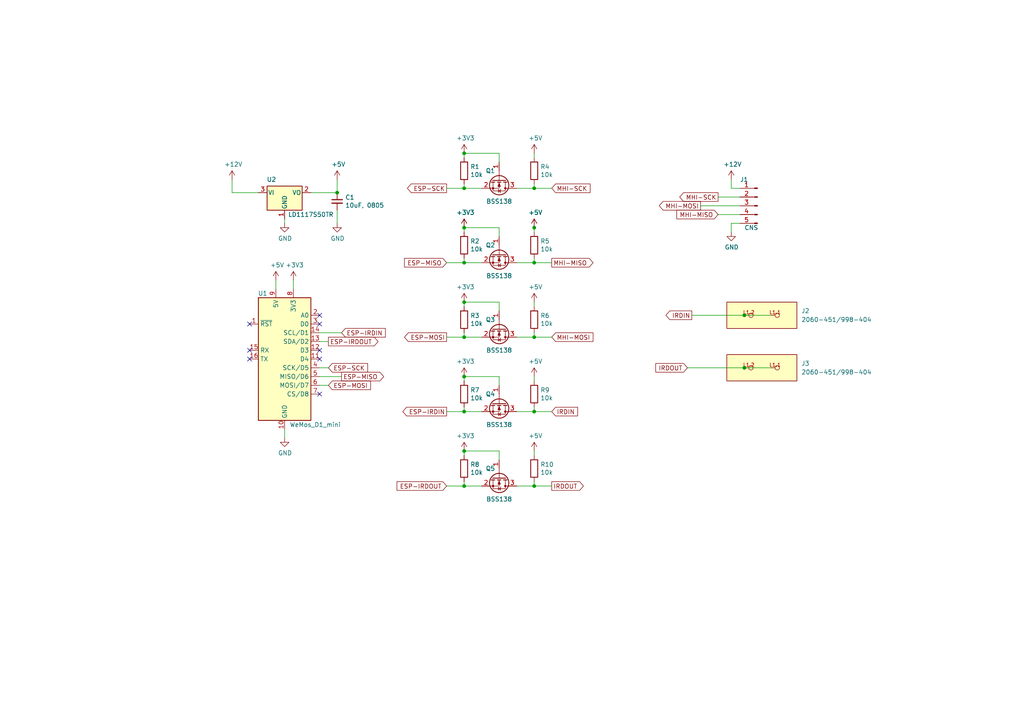
<source format=kicad_sch>
(kicad_sch (version 20211123) (generator eeschema)

  (uuid 205ee8ca-bf2c-449e-8c68-4b670c5cdcf0)

  (paper "A4")

  (lib_symbols
    (symbol "Connector:Conn_01x05_Male" (pin_names (offset 1.016) hide) (in_bom yes) (on_board yes)
      (property "Reference" "J" (id 0) (at 0 7.62 0)
        (effects (font (size 1.27 1.27)))
      )
      (property "Value" "Conn_01x05_Male" (id 1) (at 0 -7.62 0)
        (effects (font (size 1.27 1.27)))
      )
      (property "Footprint" "" (id 2) (at 0 0 0)
        (effects (font (size 1.27 1.27)) hide)
      )
      (property "Datasheet" "~" (id 3) (at 0 0 0)
        (effects (font (size 1.27 1.27)) hide)
      )
      (property "ki_keywords" "connector" (id 4) (at 0 0 0)
        (effects (font (size 1.27 1.27)) hide)
      )
      (property "ki_description" "Generic connector, single row, 01x05, script generated (kicad-library-utils/schlib/autogen/connector/)" (id 5) (at 0 0 0)
        (effects (font (size 1.27 1.27)) hide)
      )
      (property "ki_fp_filters" "Connector*:*_1x??_*" (id 6) (at 0 0 0)
        (effects (font (size 1.27 1.27)) hide)
      )
      (symbol "Conn_01x05_Male_1_1"
        (polyline
          (pts
            (xy 1.27 -5.08)
            (xy 0.8636 -5.08)
          )
          (stroke (width 0.1524) (type default) (color 0 0 0 0))
          (fill (type none))
        )
        (polyline
          (pts
            (xy 1.27 -2.54)
            (xy 0.8636 -2.54)
          )
          (stroke (width 0.1524) (type default) (color 0 0 0 0))
          (fill (type none))
        )
        (polyline
          (pts
            (xy 1.27 0)
            (xy 0.8636 0)
          )
          (stroke (width 0.1524) (type default) (color 0 0 0 0))
          (fill (type none))
        )
        (polyline
          (pts
            (xy 1.27 2.54)
            (xy 0.8636 2.54)
          )
          (stroke (width 0.1524) (type default) (color 0 0 0 0))
          (fill (type none))
        )
        (polyline
          (pts
            (xy 1.27 5.08)
            (xy 0.8636 5.08)
          )
          (stroke (width 0.1524) (type default) (color 0 0 0 0))
          (fill (type none))
        )
        (rectangle (start 0.8636 -4.953) (end 0 -5.207)
          (stroke (width 0.1524) (type default) (color 0 0 0 0))
          (fill (type outline))
        )
        (rectangle (start 0.8636 -2.413) (end 0 -2.667)
          (stroke (width 0.1524) (type default) (color 0 0 0 0))
          (fill (type outline))
        )
        (rectangle (start 0.8636 0.127) (end 0 -0.127)
          (stroke (width 0.1524) (type default) (color 0 0 0 0))
          (fill (type outline))
        )
        (rectangle (start 0.8636 2.667) (end 0 2.413)
          (stroke (width 0.1524) (type default) (color 0 0 0 0))
          (fill (type outline))
        )
        (rectangle (start 0.8636 5.207) (end 0 4.953)
          (stroke (width 0.1524) (type default) (color 0 0 0 0))
          (fill (type outline))
        )
        (pin passive line (at 5.08 5.08 180) (length 3.81)
          (name "Pin_1" (effects (font (size 1.27 1.27))))
          (number "1" (effects (font (size 1.27 1.27))))
        )
        (pin passive line (at 5.08 2.54 180) (length 3.81)
          (name "Pin_2" (effects (font (size 1.27 1.27))))
          (number "2" (effects (font (size 1.27 1.27))))
        )
        (pin passive line (at 5.08 0 180) (length 3.81)
          (name "Pin_3" (effects (font (size 1.27 1.27))))
          (number "3" (effects (font (size 1.27 1.27))))
        )
        (pin passive line (at 5.08 -2.54 180) (length 3.81)
          (name "Pin_4" (effects (font (size 1.27 1.27))))
          (number "4" (effects (font (size 1.27 1.27))))
        )
        (pin passive line (at 5.08 -5.08 180) (length 3.81)
          (name "Pin_5" (effects (font (size 1.27 1.27))))
          (number "5" (effects (font (size 1.27 1.27))))
        )
      )
    )
    (symbol "Device:C_Small" (pin_numbers hide) (pin_names (offset 0.254) hide) (in_bom yes) (on_board yes)
      (property "Reference" "C" (id 0) (at 0.254 1.778 0)
        (effects (font (size 1.27 1.27)) (justify left))
      )
      (property "Value" "C_Small" (id 1) (at 0.254 -2.032 0)
        (effects (font (size 1.27 1.27)) (justify left))
      )
      (property "Footprint" "" (id 2) (at 0 0 0)
        (effects (font (size 1.27 1.27)) hide)
      )
      (property "Datasheet" "~" (id 3) (at 0 0 0)
        (effects (font (size 1.27 1.27)) hide)
      )
      (property "ki_keywords" "capacitor cap" (id 4) (at 0 0 0)
        (effects (font (size 1.27 1.27)) hide)
      )
      (property "ki_description" "Unpolarized capacitor, small symbol" (id 5) (at 0 0 0)
        (effects (font (size 1.27 1.27)) hide)
      )
      (property "ki_fp_filters" "C_*" (id 6) (at 0 0 0)
        (effects (font (size 1.27 1.27)) hide)
      )
      (symbol "C_Small_0_1"
        (polyline
          (pts
            (xy -1.524 -0.508)
            (xy 1.524 -0.508)
          )
          (stroke (width 0.3302) (type default) (color 0 0 0 0))
          (fill (type none))
        )
        (polyline
          (pts
            (xy -1.524 0.508)
            (xy 1.524 0.508)
          )
          (stroke (width 0.3048) (type default) (color 0 0 0 0))
          (fill (type none))
        )
      )
      (symbol "C_Small_1_1"
        (pin passive line (at 0 2.54 270) (length 2.032)
          (name "~" (effects (font (size 1.27 1.27))))
          (number "1" (effects (font (size 1.27 1.27))))
        )
        (pin passive line (at 0 -2.54 90) (length 2.032)
          (name "~" (effects (font (size 1.27 1.27))))
          (number "2" (effects (font (size 1.27 1.27))))
        )
      )
    )
    (symbol "Device:R" (pin_numbers hide) (pin_names (offset 0)) (in_bom yes) (on_board yes)
      (property "Reference" "R" (id 0) (at 2.032 0 90)
        (effects (font (size 1.27 1.27)))
      )
      (property "Value" "R" (id 1) (at 0 0 90)
        (effects (font (size 1.27 1.27)))
      )
      (property "Footprint" "" (id 2) (at -1.778 0 90)
        (effects (font (size 1.27 1.27)) hide)
      )
      (property "Datasheet" "~" (id 3) (at 0 0 0)
        (effects (font (size 1.27 1.27)) hide)
      )
      (property "ki_keywords" "R res resistor" (id 4) (at 0 0 0)
        (effects (font (size 1.27 1.27)) hide)
      )
      (property "ki_description" "Resistor" (id 5) (at 0 0 0)
        (effects (font (size 1.27 1.27)) hide)
      )
      (property "ki_fp_filters" "R_*" (id 6) (at 0 0 0)
        (effects (font (size 1.27 1.27)) hide)
      )
      (symbol "R_0_1"
        (rectangle (start -1.016 -2.54) (end 1.016 2.54)
          (stroke (width 0.254) (type default) (color 0 0 0 0))
          (fill (type none))
        )
      )
      (symbol "R_1_1"
        (pin passive line (at 0 3.81 270) (length 1.27)
          (name "~" (effects (font (size 1.27 1.27))))
          (number "1" (effects (font (size 1.27 1.27))))
        )
        (pin passive line (at 0 -3.81 90) (length 1.27)
          (name "~" (effects (font (size 1.27 1.27))))
          (number "2" (effects (font (size 1.27 1.27))))
        )
      )
    )
    (symbol "MCU_Module:WeMos_D1_mini" (in_bom yes) (on_board yes)
      (property "Reference" "U" (id 0) (at 3.81 19.05 0)
        (effects (font (size 1.27 1.27)) (justify left))
      )
      (property "Value" "WeMos_D1_mini" (id 1) (at 1.27 -19.05 0)
        (effects (font (size 1.27 1.27)) (justify left))
      )
      (property "Footprint" "Module:WEMOS_D1_mini_light" (id 2) (at 0 -29.21 0)
        (effects (font (size 1.27 1.27)) hide)
      )
      (property "Datasheet" "https://wiki.wemos.cc/products:d1:d1_mini#documentation" (id 3) (at -46.99 -29.21 0)
        (effects (font (size 1.27 1.27)) hide)
      )
      (property "ki_keywords" "ESP8266 WiFi microcontroller ESP8266EX" (id 4) (at 0 0 0)
        (effects (font (size 1.27 1.27)) hide)
      )
      (property "ki_description" "32-bit microcontroller module with WiFi" (id 5) (at 0 0 0)
        (effects (font (size 1.27 1.27)) hide)
      )
      (property "ki_fp_filters" "WEMOS*D1*mini*" (id 6) (at 0 0 0)
        (effects (font (size 1.27 1.27)) hide)
      )
      (symbol "WeMos_D1_mini_1_1"
        (rectangle (start -7.62 17.78) (end 7.62 -17.78)
          (stroke (width 0.254) (type default) (color 0 0 0 0))
          (fill (type background))
        )
        (pin input line (at -10.16 10.16 0) (length 2.54)
          (name "~{RST}" (effects (font (size 1.27 1.27))))
          (number "1" (effects (font (size 1.27 1.27))))
        )
        (pin power_in line (at 0 -20.32 90) (length 2.54)
          (name "GND" (effects (font (size 1.27 1.27))))
          (number "10" (effects (font (size 1.27 1.27))))
        )
        (pin bidirectional line (at 10.16 0 180) (length 2.54)
          (name "D4" (effects (font (size 1.27 1.27))))
          (number "11" (effects (font (size 1.27 1.27))))
        )
        (pin bidirectional line (at 10.16 2.54 180) (length 2.54)
          (name "D3" (effects (font (size 1.27 1.27))))
          (number "12" (effects (font (size 1.27 1.27))))
        )
        (pin bidirectional line (at 10.16 5.08 180) (length 2.54)
          (name "SDA/D2" (effects (font (size 1.27 1.27))))
          (number "13" (effects (font (size 1.27 1.27))))
        )
        (pin bidirectional line (at 10.16 7.62 180) (length 2.54)
          (name "SCL/D1" (effects (font (size 1.27 1.27))))
          (number "14" (effects (font (size 1.27 1.27))))
        )
        (pin input line (at -10.16 2.54 0) (length 2.54)
          (name "RX" (effects (font (size 1.27 1.27))))
          (number "15" (effects (font (size 1.27 1.27))))
        )
        (pin output line (at -10.16 0 0) (length 2.54)
          (name "TX" (effects (font (size 1.27 1.27))))
          (number "16" (effects (font (size 1.27 1.27))))
        )
        (pin input line (at 10.16 12.7 180) (length 2.54)
          (name "A0" (effects (font (size 1.27 1.27))))
          (number "2" (effects (font (size 1.27 1.27))))
        )
        (pin bidirectional line (at 10.16 10.16 180) (length 2.54)
          (name "D0" (effects (font (size 1.27 1.27))))
          (number "3" (effects (font (size 1.27 1.27))))
        )
        (pin bidirectional line (at 10.16 -2.54 180) (length 2.54)
          (name "SCK/D5" (effects (font (size 1.27 1.27))))
          (number "4" (effects (font (size 1.27 1.27))))
        )
        (pin bidirectional line (at 10.16 -5.08 180) (length 2.54)
          (name "MISO/D6" (effects (font (size 1.27 1.27))))
          (number "5" (effects (font (size 1.27 1.27))))
        )
        (pin bidirectional line (at 10.16 -7.62 180) (length 2.54)
          (name "MOSI/D7" (effects (font (size 1.27 1.27))))
          (number "6" (effects (font (size 1.27 1.27))))
        )
        (pin bidirectional line (at 10.16 -10.16 180) (length 2.54)
          (name "CS/D8" (effects (font (size 1.27 1.27))))
          (number "7" (effects (font (size 1.27 1.27))))
        )
        (pin power_out line (at 2.54 20.32 270) (length 2.54)
          (name "3V3" (effects (font (size 1.27 1.27))))
          (number "8" (effects (font (size 1.27 1.27))))
        )
        (pin power_in line (at -2.54 20.32 270) (length 2.54)
          (name "5V" (effects (font (size 1.27 1.27))))
          (number "9" (effects (font (size 1.27 1.27))))
        )
      )
    )
    (symbol "Regulator_Linear:LD1117S50TR_SOT223" (pin_names (offset 0.254)) (in_bom yes) (on_board yes)
      (property "Reference" "U" (id 0) (at -3.81 3.175 0)
        (effects (font (size 1.27 1.27)))
      )
      (property "Value" "LD1117S50TR_SOT223" (id 1) (at 0 3.175 0)
        (effects (font (size 1.27 1.27)) (justify left))
      )
      (property "Footprint" "Package_TO_SOT_SMD:SOT-223-3_TabPin2" (id 2) (at 0 5.08 0)
        (effects (font (size 1.27 1.27)) hide)
      )
      (property "Datasheet" "http://www.st.com/st-web-ui/static/active/en/resource/technical/document/datasheet/CD00000544.pdf" (id 3) (at 2.54 -6.35 0)
        (effects (font (size 1.27 1.27)) hide)
      )
      (property "ki_keywords" "REGULATOR LDO 5.0V" (id 4) (at 0 0 0)
        (effects (font (size 1.27 1.27)) hide)
      )
      (property "ki_description" "800mA Fixed Low Drop Positive Voltage Regulator, Fixed Output 5.0V, SOT-223" (id 5) (at 0 0 0)
        (effects (font (size 1.27 1.27)) hide)
      )
      (property "ki_fp_filters" "SOT?223*TabPin2*" (id 6) (at 0 0 0)
        (effects (font (size 1.27 1.27)) hide)
      )
      (symbol "LD1117S50TR_SOT223_0_1"
        (rectangle (start -5.08 -5.08) (end 5.08 1.905)
          (stroke (width 0.254) (type default) (color 0 0 0 0))
          (fill (type background))
        )
      )
      (symbol "LD1117S50TR_SOT223_1_1"
        (pin power_in line (at 0 -7.62 90) (length 2.54)
          (name "GND" (effects (font (size 1.27 1.27))))
          (number "1" (effects (font (size 1.27 1.27))))
        )
        (pin power_out line (at 7.62 0 180) (length 2.54)
          (name "VO" (effects (font (size 1.27 1.27))))
          (number "2" (effects (font (size 1.27 1.27))))
        )
        (pin power_in line (at -7.62 0 0) (length 2.54)
          (name "VI" (effects (font (size 1.27 1.27))))
          (number "3" (effects (font (size 1.27 1.27))))
        )
      )
    )
    (symbol "Transistor_FET:BSS138" (pin_names hide) (in_bom yes) (on_board yes)
      (property "Reference" "Q" (id 0) (at 5.08 1.905 0)
        (effects (font (size 1.27 1.27)) (justify left))
      )
      (property "Value" "BSS138" (id 1) (at 5.08 0 0)
        (effects (font (size 1.27 1.27)) (justify left))
      )
      (property "Footprint" "Package_TO_SOT_SMD:SOT-23" (id 2) (at 5.08 -1.905 0)
        (effects (font (size 1.27 1.27) italic) (justify left) hide)
      )
      (property "Datasheet" "https://www.onsemi.com/pub/Collateral/BSS138-D.PDF" (id 3) (at 0 0 0)
        (effects (font (size 1.27 1.27)) (justify left) hide)
      )
      (property "ki_keywords" "N-Channel MOSFET" (id 4) (at 0 0 0)
        (effects (font (size 1.27 1.27)) hide)
      )
      (property "ki_description" "50V Vds, 0.22A Id, N-Channel MOSFET, SOT-23" (id 5) (at 0 0 0)
        (effects (font (size 1.27 1.27)) hide)
      )
      (property "ki_fp_filters" "SOT?23*" (id 6) (at 0 0 0)
        (effects (font (size 1.27 1.27)) hide)
      )
      (symbol "BSS138_0_1"
        (polyline
          (pts
            (xy 0.254 0)
            (xy -2.54 0)
          )
          (stroke (width 0) (type default) (color 0 0 0 0))
          (fill (type none))
        )
        (polyline
          (pts
            (xy 0.254 1.905)
            (xy 0.254 -1.905)
          )
          (stroke (width 0.254) (type default) (color 0 0 0 0))
          (fill (type none))
        )
        (polyline
          (pts
            (xy 0.762 -1.27)
            (xy 0.762 -2.286)
          )
          (stroke (width 0.254) (type default) (color 0 0 0 0))
          (fill (type none))
        )
        (polyline
          (pts
            (xy 0.762 0.508)
            (xy 0.762 -0.508)
          )
          (stroke (width 0.254) (type default) (color 0 0 0 0))
          (fill (type none))
        )
        (polyline
          (pts
            (xy 0.762 2.286)
            (xy 0.762 1.27)
          )
          (stroke (width 0.254) (type default) (color 0 0 0 0))
          (fill (type none))
        )
        (polyline
          (pts
            (xy 2.54 2.54)
            (xy 2.54 1.778)
          )
          (stroke (width 0) (type default) (color 0 0 0 0))
          (fill (type none))
        )
        (polyline
          (pts
            (xy 2.54 -2.54)
            (xy 2.54 0)
            (xy 0.762 0)
          )
          (stroke (width 0) (type default) (color 0 0 0 0))
          (fill (type none))
        )
        (polyline
          (pts
            (xy 0.762 -1.778)
            (xy 3.302 -1.778)
            (xy 3.302 1.778)
            (xy 0.762 1.778)
          )
          (stroke (width 0) (type default) (color 0 0 0 0))
          (fill (type none))
        )
        (polyline
          (pts
            (xy 1.016 0)
            (xy 2.032 0.381)
            (xy 2.032 -0.381)
            (xy 1.016 0)
          )
          (stroke (width 0) (type default) (color 0 0 0 0))
          (fill (type outline))
        )
        (polyline
          (pts
            (xy 2.794 0.508)
            (xy 2.921 0.381)
            (xy 3.683 0.381)
            (xy 3.81 0.254)
          )
          (stroke (width 0) (type default) (color 0 0 0 0))
          (fill (type none))
        )
        (polyline
          (pts
            (xy 3.302 0.381)
            (xy 2.921 -0.254)
            (xy 3.683 -0.254)
            (xy 3.302 0.381)
          )
          (stroke (width 0) (type default) (color 0 0 0 0))
          (fill (type none))
        )
        (circle (center 1.651 0) (radius 2.794)
          (stroke (width 0.254) (type default) (color 0 0 0 0))
          (fill (type none))
        )
        (circle (center 2.54 -1.778) (radius 0.254)
          (stroke (width 0) (type default) (color 0 0 0 0))
          (fill (type outline))
        )
        (circle (center 2.54 1.778) (radius 0.254)
          (stroke (width 0) (type default) (color 0 0 0 0))
          (fill (type outline))
        )
      )
      (symbol "BSS138_1_1"
        (pin input line (at -5.08 0 0) (length 2.54)
          (name "G" (effects (font (size 1.27 1.27))))
          (number "1" (effects (font (size 1.27 1.27))))
        )
        (pin passive line (at 2.54 -5.08 90) (length 2.54)
          (name "S" (effects (font (size 1.27 1.27))))
          (number "2" (effects (font (size 1.27 1.27))))
        )
        (pin passive line (at 2.54 5.08 270) (length 2.54)
          (name "D" (effects (font (size 1.27 1.27))))
          (number "3" (effects (font (size 1.27 1.27))))
        )
      )
    )
    (symbol "power:+12V" (power) (pin_names (offset 0)) (in_bom yes) (on_board yes)
      (property "Reference" "#PWR" (id 0) (at 0 -3.81 0)
        (effects (font (size 1.27 1.27)) hide)
      )
      (property "Value" "+12V" (id 1) (at 0 3.556 0)
        (effects (font (size 1.27 1.27)))
      )
      (property "Footprint" "" (id 2) (at 0 0 0)
        (effects (font (size 1.27 1.27)) hide)
      )
      (property "Datasheet" "" (id 3) (at 0 0 0)
        (effects (font (size 1.27 1.27)) hide)
      )
      (property "ki_keywords" "global power" (id 4) (at 0 0 0)
        (effects (font (size 1.27 1.27)) hide)
      )
      (property "ki_description" "Power symbol creates a global label with name \"+12V\"" (id 5) (at 0 0 0)
        (effects (font (size 1.27 1.27)) hide)
      )
      (symbol "+12V_0_1"
        (polyline
          (pts
            (xy -0.762 1.27)
            (xy 0 2.54)
          )
          (stroke (width 0) (type default) (color 0 0 0 0))
          (fill (type none))
        )
        (polyline
          (pts
            (xy 0 0)
            (xy 0 2.54)
          )
          (stroke (width 0) (type default) (color 0 0 0 0))
          (fill (type none))
        )
        (polyline
          (pts
            (xy 0 2.54)
            (xy 0.762 1.27)
          )
          (stroke (width 0) (type default) (color 0 0 0 0))
          (fill (type none))
        )
      )
      (symbol "+12V_1_1"
        (pin power_in line (at 0 0 90) (length 0) hide
          (name "+12V" (effects (font (size 1.27 1.27))))
          (number "1" (effects (font (size 1.27 1.27))))
        )
      )
    )
    (symbol "power:+3V3" (power) (pin_names (offset 0)) (in_bom yes) (on_board yes)
      (property "Reference" "#PWR" (id 0) (at 0 -3.81 0)
        (effects (font (size 1.27 1.27)) hide)
      )
      (property "Value" "+3V3" (id 1) (at 0 3.556 0)
        (effects (font (size 1.27 1.27)))
      )
      (property "Footprint" "" (id 2) (at 0 0 0)
        (effects (font (size 1.27 1.27)) hide)
      )
      (property "Datasheet" "" (id 3) (at 0 0 0)
        (effects (font (size 1.27 1.27)) hide)
      )
      (property "ki_keywords" "global power" (id 4) (at 0 0 0)
        (effects (font (size 1.27 1.27)) hide)
      )
      (property "ki_description" "Power symbol creates a global label with name \"+3V3\"" (id 5) (at 0 0 0)
        (effects (font (size 1.27 1.27)) hide)
      )
      (symbol "+3V3_0_1"
        (polyline
          (pts
            (xy -0.762 1.27)
            (xy 0 2.54)
          )
          (stroke (width 0) (type default) (color 0 0 0 0))
          (fill (type none))
        )
        (polyline
          (pts
            (xy 0 0)
            (xy 0 2.54)
          )
          (stroke (width 0) (type default) (color 0 0 0 0))
          (fill (type none))
        )
        (polyline
          (pts
            (xy 0 2.54)
            (xy 0.762 1.27)
          )
          (stroke (width 0) (type default) (color 0 0 0 0))
          (fill (type none))
        )
      )
      (symbol "+3V3_1_1"
        (pin power_in line (at 0 0 90) (length 0) hide
          (name "+3V3" (effects (font (size 1.27 1.27))))
          (number "1" (effects (font (size 1.27 1.27))))
        )
      )
    )
    (symbol "power:+5V" (power) (pin_names (offset 0)) (in_bom yes) (on_board yes)
      (property "Reference" "#PWR" (id 0) (at 0 -3.81 0)
        (effects (font (size 1.27 1.27)) hide)
      )
      (property "Value" "+5V" (id 1) (at 0 3.556 0)
        (effects (font (size 1.27 1.27)))
      )
      (property "Footprint" "" (id 2) (at 0 0 0)
        (effects (font (size 1.27 1.27)) hide)
      )
      (property "Datasheet" "" (id 3) (at 0 0 0)
        (effects (font (size 1.27 1.27)) hide)
      )
      (property "ki_keywords" "global power" (id 4) (at 0 0 0)
        (effects (font (size 1.27 1.27)) hide)
      )
      (property "ki_description" "Power symbol creates a global label with name \"+5V\"" (id 5) (at 0 0 0)
        (effects (font (size 1.27 1.27)) hide)
      )
      (symbol "+5V_0_1"
        (polyline
          (pts
            (xy -0.762 1.27)
            (xy 0 2.54)
          )
          (stroke (width 0) (type default) (color 0 0 0 0))
          (fill (type none))
        )
        (polyline
          (pts
            (xy 0 0)
            (xy 0 2.54)
          )
          (stroke (width 0) (type default) (color 0 0 0 0))
          (fill (type none))
        )
        (polyline
          (pts
            (xy 0 2.54)
            (xy 0.762 1.27)
          )
          (stroke (width 0) (type default) (color 0 0 0 0))
          (fill (type none))
        )
      )
      (symbol "+5V_1_1"
        (pin power_in line (at 0 0 90) (length 0) hide
          (name "+5V" (effects (font (size 1.27 1.27))))
          (number "1" (effects (font (size 1.27 1.27))))
        )
      )
    )
    (symbol "power:GND" (power) (pin_names (offset 0)) (in_bom yes) (on_board yes)
      (property "Reference" "#PWR" (id 0) (at 0 -6.35 0)
        (effects (font (size 1.27 1.27)) hide)
      )
      (property "Value" "GND" (id 1) (at 0 -3.81 0)
        (effects (font (size 1.27 1.27)))
      )
      (property "Footprint" "" (id 2) (at 0 0 0)
        (effects (font (size 1.27 1.27)) hide)
      )
      (property "Datasheet" "" (id 3) (at 0 0 0)
        (effects (font (size 1.27 1.27)) hide)
      )
      (property "ki_keywords" "global power" (id 4) (at 0 0 0)
        (effects (font (size 1.27 1.27)) hide)
      )
      (property "ki_description" "Power symbol creates a global label with name \"GND\" , ground" (id 5) (at 0 0 0)
        (effects (font (size 1.27 1.27)) hide)
      )
      (symbol "GND_0_1"
        (polyline
          (pts
            (xy 0 0)
            (xy 0 -1.27)
            (xy 1.27 -1.27)
            (xy 0 -2.54)
            (xy -1.27 -1.27)
            (xy 0 -1.27)
          )
          (stroke (width 0) (type default) (color 0 0 0 0))
          (fill (type none))
        )
      )
      (symbol "GND_1_1"
        (pin power_in line (at 0 0 270) (length 0) hide
          (name "GND" (effects (font (size 1.27 1.27))))
          (number "1" (effects (font (size 1.27 1.27))))
        )
      )
    )
    (symbol "wago1:2060-451{slash}998-404" (pin_names (offset 1.016)) (in_bom yes) (on_board yes)
      (property "Reference" "X" (id 0) (at -10.16 6.35 0)
        (effects (font (size 1.27 1.27)) (justify left bottom))
      )
      (property "Value" "2060-451{slash}998-404" (id 1) (at -10.16 -8.89 0)
        (effects (font (size 1.27 1.27)) (justify left bottom))
      )
      (property "Footprint" "P-2060-451/998-404" (id 2) (at 0 0 0)
        (effects (font (size 1.27 1.27)) (justify bottom) hide)
      )
      (property "Datasheet" "" (id 3) (at 0 0 0)
        (effects (font (size 1.27 1.27)) hide)
      )
      (symbol "2060-451{slash}998-404_0_0"
        (rectangle (start -10.16 -3.81) (end 10.16 3.81)
          (stroke (width 0.2) (type default) (color 0 0 0 0))
          (fill (type background))
        )
        (pin bidirectional inverted (at 2.54 0 0) (length 2.54)
          (name "~" (effects (font (size 1.016 1.016))))
          (number "L1.1" (effects (font (size 1.016 1.016))))
        )
        (pin bidirectional inverted (at -5.08 0 0) (length 2.54)
          (name "~" (effects (font (size 1.016 1.016))))
          (number "L1.2" (effects (font (size 1.016 1.016))))
        )
      )
    )
  )

  (junction (at 134.62 44.45) (diameter 0) (color 0 0 0 0)
    (uuid 10b244f1-ac1f-4eab-bbcb-1ec10f7b0702)
  )
  (junction (at 154.94 140.97) (diameter 0) (color 0 0 0 0)
    (uuid 39cb2ce3-b8cf-4bd8-93c3-fe5c726bd8d2)
  )
  (junction (at 154.94 54.61) (diameter 0) (color 0 0 0 0)
    (uuid 3e862778-948f-4d87-a878-c6cacbbf0d9f)
  )
  (junction (at 134.62 87.63) (diameter 0) (color 0 0 0 0)
    (uuid 4be228d2-ba86-435b-a246-53a5681dbfe0)
  )
  (junction (at 97.79 55.88) (diameter 0) (color 0 0 0 0)
    (uuid 5ad92b77-739f-4006-b41b-495ace2d236f)
  )
  (junction (at 154.94 66.04) (diameter 0) (color 0 0 0 0)
    (uuid 65cc0a8b-2d1c-443e-b1fe-8e38707d3f75)
  )
  (junction (at 134.62 119.38) (diameter 0) (color 0 0 0 0)
    (uuid 68ea8c4b-83d6-4c90-b56d-6e72f38143fe)
  )
  (junction (at 154.94 97.79) (diameter 0) (color 0 0 0 0)
    (uuid 85191650-d742-4c21-8930-11d07f26b318)
  )
  (junction (at 134.62 130.81) (diameter 0) (color 0 0 0 0)
    (uuid 96a661c5-d4c1-4546-bbc9-7175823602e1)
  )
  (junction (at 215.9 91.44) (diameter 0) (color 0 0 0 0)
    (uuid 9a9bcddc-ced2-4ca9-ae94-f9ae90656f71)
  )
  (junction (at 134.62 76.2) (diameter 0) (color 0 0 0 0)
    (uuid 9dfe42d3-32d7-4473-a881-0561a9f535c5)
  )
  (junction (at 134.62 54.61) (diameter 0) (color 0 0 0 0)
    (uuid a9dbb8b1-a0e5-4d6d-8543-f51156954275)
  )
  (junction (at 154.94 119.38) (diameter 0) (color 0 0 0 0)
    (uuid b469cba6-97f0-4437-ac57-319f039b4e3a)
  )
  (junction (at 154.94 76.2) (diameter 0) (color 0 0 0 0)
    (uuid be8f3979-2e42-41b6-812c-f60c2782830b)
  )
  (junction (at 134.62 109.22) (diameter 0) (color 0 0 0 0)
    (uuid c9fe197d-5ee3-4aa4-8329-4ef5eb5ff459)
  )
  (junction (at 134.62 66.04) (diameter 0) (color 0 0 0 0)
    (uuid cafc558c-b5a1-404b-8e37-e45d9c3c9dc0)
  )
  (junction (at 134.62 97.79) (diameter 0) (color 0 0 0 0)
    (uuid d1b07a6e-98d0-4a83-9bee-04b43a680d0c)
  )
  (junction (at 215.9 106.68) (diameter 0) (color 0 0 0 0)
    (uuid d984d3bb-1c2f-437e-8856-4aefbc857429)
  )
  (junction (at 134.62 140.97) (diameter 0) (color 0 0 0 0)
    (uuid f24a1124-bb66-4acb-8773-15da19493b81)
  )

  (no_connect (at 92.71 104.14) (uuid 1cf09a1a-c673-4925-9bc6-638d6569d896))
  (no_connect (at 72.39 104.14) (uuid 2ec2369d-9ec7-4dfd-999f-f77aed4b53b0))
  (no_connect (at 92.71 91.44) (uuid 34e75f37-7625-4f22-b0f5-6e8b7e21fcb6))
  (no_connect (at 92.71 114.3) (uuid 938d84c3-2b05-470c-bb1a-fe1ad740d386))
  (no_connect (at 92.71 93.98) (uuid a0e01e86-4280-4c3d-b786-bda4674fbf2d))
  (no_connect (at 72.39 101.6) (uuid bb1ef09b-4a4c-400a-b77d-384491cfa55a))
  (no_connect (at 92.71 101.6) (uuid dc3175db-0f64-46b5-a6d8-5c2c2b1a159f))
  (no_connect (at 72.39 93.98) (uuid f094eaf1-3485-411c-a95b-7ee5268ad4c4))

  (wire (pts (xy 95.25 106.68) (xy 92.71 106.68))
    (stroke (width 0) (type default) (color 0 0 0 0))
    (uuid 03dede55-b2d6-43bc-9203-4189dc295e42)
  )
  (wire (pts (xy 134.62 109.22) (xy 134.62 110.49))
    (stroke (width 0) (type default) (color 0 0 0 0))
    (uuid 04e29409-4373-4180-9eb0-bbcc2b755c20)
  )
  (wire (pts (xy 139.7 140.97) (xy 134.62 140.97))
    (stroke (width 0) (type default) (color 0 0 0 0))
    (uuid 05e69ebe-c4b8-4254-8951-a85cc3ef6a5a)
  )
  (wire (pts (xy 134.62 119.38) (xy 129.54 119.38))
    (stroke (width 0) (type default) (color 0 0 0 0))
    (uuid 0c5890c8-7b9d-483b-b3ba-112378aa30b3)
  )
  (wire (pts (xy 134.62 140.97) (xy 134.62 139.7))
    (stroke (width 0) (type default) (color 0 0 0 0))
    (uuid 0cd470c2-fbd6-415f-8539-21c0aeb5a001)
  )
  (wire (pts (xy 144.78 111.76) (xy 144.78 109.22))
    (stroke (width 0) (type default) (color 0 0 0 0))
    (uuid 0d3b07bd-8e72-4223-bf9a-0bba4fccc6fe)
  )
  (wire (pts (xy 214.63 59.69) (xy 203.2 59.69))
    (stroke (width 0) (type default) (color 0 0 0 0))
    (uuid 0e38edee-f4f5-484c-8cb0-beaa05557e5f)
  )
  (wire (pts (xy 134.62 130.81) (xy 134.62 132.08))
    (stroke (width 0) (type default) (color 0 0 0 0))
    (uuid 12b5fa9f-bb85-437e-bcd7-1e711c23b6e5)
  )
  (wire (pts (xy 67.31 52.07) (xy 67.31 55.88))
    (stroke (width 0) (type default) (color 0 0 0 0))
    (uuid 14f2f53f-2b94-4bd1-bbd4-998b0a1f2c9c)
  )
  (wire (pts (xy 95.25 111.76) (xy 92.71 111.76))
    (stroke (width 0) (type default) (color 0 0 0 0))
    (uuid 1a6be8ee-20dc-47d0-bd85-561ec4c1b52a)
  )
  (wire (pts (xy 154.94 54.61) (xy 154.94 53.34))
    (stroke (width 0) (type default) (color 0 0 0 0))
    (uuid 1aa04f51-ede7-4640-8350-8606145ba349)
  )
  (wire (pts (xy 82.55 127) (xy 82.55 124.46))
    (stroke (width 0) (type default) (color 0 0 0 0))
    (uuid 1e064388-5e19-499f-a163-547285d858cf)
  )
  (wire (pts (xy 134.62 54.61) (xy 129.54 54.61))
    (stroke (width 0) (type default) (color 0 0 0 0))
    (uuid 201562e8-7dd8-4a7c-bb46-eed791f8a11e)
  )
  (wire (pts (xy 134.62 44.45) (xy 134.62 45.72))
    (stroke (width 0) (type default) (color 0 0 0 0))
    (uuid 2113b382-5f32-4d72-a8ad-e5f6513a21a1)
  )
  (wire (pts (xy 149.86 97.79) (xy 154.94 97.79))
    (stroke (width 0) (type default) (color 0 0 0 0))
    (uuid 22921c76-ba7e-4925-a414-2277c3d01426)
  )
  (wire (pts (xy 139.7 97.79) (xy 134.62 97.79))
    (stroke (width 0) (type default) (color 0 0 0 0))
    (uuid 229267db-c959-4e31-88f5-8afc5a6a5bee)
  )
  (wire (pts (xy 95.25 99.06) (xy 92.71 99.06))
    (stroke (width 0) (type default) (color 0 0 0 0))
    (uuid 2e0b74a2-899a-4e25-b383-f257b86f5ebc)
  )
  (wire (pts (xy 215.9 91.44) (xy 223.52 91.44))
    (stroke (width 0) (type default) (color 0 0 0 0))
    (uuid 31db6229-dffd-4c95-ac54-b82ac5d7f8a7)
  )
  (wire (pts (xy 82.55 64.77) (xy 82.55 63.5))
    (stroke (width 0) (type default) (color 0 0 0 0))
    (uuid 390d8b82-b2fe-4087-93a2-a250f9bdd311)
  )
  (wire (pts (xy 90.17 55.88) (xy 97.79 55.88))
    (stroke (width 0) (type default) (color 0 0 0 0))
    (uuid 3f2d153e-1ac7-4aec-bf25-dfaf52bd48f0)
  )
  (wire (pts (xy 97.79 60.96) (xy 97.79 64.77))
    (stroke (width 0) (type default) (color 0 0 0 0))
    (uuid 41a6186f-60ee-4007-bccd-be23ca77c5c3)
  )
  (wire (pts (xy 134.62 54.61) (xy 134.62 53.34))
    (stroke (width 0) (type default) (color 0 0 0 0))
    (uuid 4b0f5432-8a1f-44c6-9b09-3c148983467e)
  )
  (wire (pts (xy 134.62 76.2) (xy 134.62 74.93))
    (stroke (width 0) (type default) (color 0 0 0 0))
    (uuid 5c8f9c96-4187-4d30-b82a-8818be52cb67)
  )
  (wire (pts (xy 214.63 64.77) (xy 212.09 64.77))
    (stroke (width 0) (type default) (color 0 0 0 0))
    (uuid 6114bec6-3254-4c36-8dc7-5ef698ad2c20)
  )
  (wire (pts (xy 144.78 90.17) (xy 144.78 87.63))
    (stroke (width 0) (type default) (color 0 0 0 0))
    (uuid 628c160c-283b-4448-b61c-80e40e6084d5)
  )
  (wire (pts (xy 139.7 76.2) (xy 134.62 76.2))
    (stroke (width 0) (type default) (color 0 0 0 0))
    (uuid 6674702b-5776-4b43-a8be-4f32b08bf7c1)
  )
  (wire (pts (xy 92.71 96.52) (xy 99.06 96.52))
    (stroke (width 0) (type default) (color 0 0 0 0))
    (uuid 6ab8ce42-ec1e-44df-a2ec-2167aeb73926)
  )
  (wire (pts (xy 154.94 97.79) (xy 160.02 97.79))
    (stroke (width 0) (type default) (color 0 0 0 0))
    (uuid 6be634fa-86b2-4547-828e-faffef622f46)
  )
  (wire (pts (xy 215.9 106.68) (xy 223.52 106.68))
    (stroke (width 0) (type default) (color 0 0 0 0))
    (uuid 6bec054d-f4b9-4b4f-a2d8-db4a1c37bbcd)
  )
  (wire (pts (xy 144.78 44.45) (xy 134.62 44.45))
    (stroke (width 0) (type default) (color 0 0 0 0))
    (uuid 7b7ad9d0-3421-4d36-862c-40275c98cf1e)
  )
  (wire (pts (xy 144.78 66.04) (xy 134.62 66.04))
    (stroke (width 0) (type default) (color 0 0 0 0))
    (uuid 82875c85-c590-4014-8b92-b7ff0c3a145e)
  )
  (wire (pts (xy 208.28 62.23) (xy 214.63 62.23))
    (stroke (width 0) (type default) (color 0 0 0 0))
    (uuid 856ef62e-fc69-4cdd-b9bd-a01b1c590361)
  )
  (wire (pts (xy 199.39 106.68) (xy 215.9 106.68))
    (stroke (width 0) (type default) (color 0 0 0 0))
    (uuid 86889a80-3efc-4c81-9e71-c8e1861b748d)
  )
  (wire (pts (xy 154.94 88.9) (xy 154.94 87.63))
    (stroke (width 0) (type default) (color 0 0 0 0))
    (uuid 874ffb8a-2542-435b-8e0c-b2d45c983125)
  )
  (wire (pts (xy 149.86 54.61) (xy 154.94 54.61))
    (stroke (width 0) (type default) (color 0 0 0 0))
    (uuid 88519468-ad19-49ce-8ec5-63b0feaf3b34)
  )
  (wire (pts (xy 154.94 45.72) (xy 154.94 44.45))
    (stroke (width 0) (type default) (color 0 0 0 0))
    (uuid 8db24aa8-98f0-4286-84e5-3812135247c9)
  )
  (wire (pts (xy 144.78 130.81) (xy 134.62 130.81))
    (stroke (width 0) (type default) (color 0 0 0 0))
    (uuid 93dbb451-ea97-4bf2-b0ba-6729fbf9b264)
  )
  (wire (pts (xy 154.94 119.38) (xy 160.02 119.38))
    (stroke (width 0) (type default) (color 0 0 0 0))
    (uuid 94e30a52-1432-4062-9a05-b3446c7feefc)
  )
  (wire (pts (xy 144.78 133.35) (xy 144.78 130.81))
    (stroke (width 0) (type default) (color 0 0 0 0))
    (uuid 9659226a-772e-4c4d-80da-696fe0d93f82)
  )
  (wire (pts (xy 80.01 83.82) (xy 80.01 81.28))
    (stroke (width 0) (type default) (color 0 0 0 0))
    (uuid 9c875247-7871-4459-816c-88ee51decac2)
  )
  (wire (pts (xy 154.94 97.79) (xy 154.94 96.52))
    (stroke (width 0) (type default) (color 0 0 0 0))
    (uuid a0c25e64-505c-4d9d-a0c5-67a4c9deea36)
  )
  (wire (pts (xy 139.7 119.38) (xy 134.62 119.38))
    (stroke (width 0) (type default) (color 0 0 0 0))
    (uuid a1d97c83-8ae8-4a92-9160-90b4e1869545)
  )
  (wire (pts (xy 212.09 64.77) (xy 212.09 67.31))
    (stroke (width 0) (type default) (color 0 0 0 0))
    (uuid a9195b29-439c-4187-a210-ca1b8811b29d)
  )
  (wire (pts (xy 67.31 55.88) (xy 74.93 55.88))
    (stroke (width 0) (type default) (color 0 0 0 0))
    (uuid af7d8195-a1d8-423d-a500-e2564074684b)
  )
  (wire (pts (xy 134.62 76.2) (xy 129.54 76.2))
    (stroke (width 0) (type default) (color 0 0 0 0))
    (uuid afe528a5-0a85-43db-b00e-efba639285a4)
  )
  (wire (pts (xy 149.86 119.38) (xy 154.94 119.38))
    (stroke (width 0) (type default) (color 0 0 0 0))
    (uuid b9e20fbe-307c-4d65-be22-d69e1936f143)
  )
  (wire (pts (xy 149.86 140.97) (xy 154.94 140.97))
    (stroke (width 0) (type default) (color 0 0 0 0))
    (uuid baf299d6-a93e-47fb-8594-0afc3aa98939)
  )
  (wire (pts (xy 214.63 54.61) (xy 212.09 54.61))
    (stroke (width 0) (type default) (color 0 0 0 0))
    (uuid bed17120-42bd-46a5-a1a6-8271baab4e03)
  )
  (wire (pts (xy 212.09 54.61) (xy 212.09 52.07))
    (stroke (width 0) (type default) (color 0 0 0 0))
    (uuid c025d755-ae83-418e-a387-7796762dc6db)
  )
  (wire (pts (xy 134.62 140.97) (xy 129.54 140.97))
    (stroke (width 0) (type default) (color 0 0 0 0))
    (uuid c1ac701e-73cb-4565-a9a0-dc8a88b99933)
  )
  (wire (pts (xy 200.66 91.44) (xy 215.9 91.44))
    (stroke (width 0) (type default) (color 0 0 0 0))
    (uuid c25ed816-c461-4e28-84ae-8edec01e82a5)
  )
  (wire (pts (xy 134.62 97.79) (xy 134.62 96.52))
    (stroke (width 0) (type default) (color 0 0 0 0))
    (uuid c754e8e8-d352-4704-afbf-652e84e0002a)
  )
  (wire (pts (xy 208.28 57.15) (xy 214.63 57.15))
    (stroke (width 0) (type default) (color 0 0 0 0))
    (uuid c9630433-2309-43de-91d4-c636a59b7c41)
  )
  (wire (pts (xy 134.62 97.79) (xy 129.54 97.79))
    (stroke (width 0) (type default) (color 0 0 0 0))
    (uuid ca54741c-888f-4627-8808-ee18fffcc647)
  )
  (wire (pts (xy 144.78 46.99) (xy 144.78 44.45))
    (stroke (width 0) (type default) (color 0 0 0 0))
    (uuid cc3cbe9f-0914-4d69-a655-bafe459467ff)
  )
  (wire (pts (xy 97.79 55.88) (xy 97.79 52.07))
    (stroke (width 0) (type default) (color 0 0 0 0))
    (uuid cc739638-6afe-4283-9017-91a333dc6355)
  )
  (wire (pts (xy 154.94 110.49) (xy 154.94 109.22))
    (stroke (width 0) (type default) (color 0 0 0 0))
    (uuid cf8f4c9f-efef-4407-8b1b-7497afbbe51d)
  )
  (wire (pts (xy 154.94 76.2) (xy 154.94 74.93))
    (stroke (width 0) (type default) (color 0 0 0 0))
    (uuid d234d695-e4c3-4f4c-8c6f-e4dd89fa1c96)
  )
  (wire (pts (xy 134.62 87.63) (xy 134.62 88.9))
    (stroke (width 0) (type default) (color 0 0 0 0))
    (uuid d5300dea-1acf-4904-8d0e-1df3e844cf6f)
  )
  (wire (pts (xy 85.09 81.28) (xy 85.09 83.82))
    (stroke (width 0) (type default) (color 0 0 0 0))
    (uuid d61ba658-4054-4058-bbd2-286ff5d217b7)
  )
  (wire (pts (xy 154.94 67.31) (xy 154.94 66.04))
    (stroke (width 0) (type default) (color 0 0 0 0))
    (uuid d6f46565-5df7-4abc-bef7-120b120f867b)
  )
  (wire (pts (xy 139.7 54.61) (xy 134.62 54.61))
    (stroke (width 0) (type default) (color 0 0 0 0))
    (uuid dbe5505e-ab4a-4e82-a88e-e4cca156a655)
  )
  (wire (pts (xy 92.71 109.22) (xy 99.06 109.22))
    (stroke (width 0) (type default) (color 0 0 0 0))
    (uuid dc002fda-abf4-4115-bb37-64bebfdfb0b9)
  )
  (wire (pts (xy 154.94 119.38) (xy 154.94 118.11))
    (stroke (width 0) (type default) (color 0 0 0 0))
    (uuid e075b7a4-ce17-4da8-82bb-9a6eca609551)
  )
  (wire (pts (xy 134.62 66.04) (xy 134.62 67.31))
    (stroke (width 0) (type default) (color 0 0 0 0))
    (uuid e71b6543-14bc-4dd2-8f65-828638c77a3f)
  )
  (wire (pts (xy 149.86 76.2) (xy 154.94 76.2))
    (stroke (width 0) (type default) (color 0 0 0 0))
    (uuid e75b2be5-61fd-4221-81bb-00c51a123037)
  )
  (wire (pts (xy 134.62 119.38) (xy 134.62 118.11))
    (stroke (width 0) (type default) (color 0 0 0 0))
    (uuid eb0633a0-1d3c-4dce-87de-5f69285f16a0)
  )
  (wire (pts (xy 160.02 54.61) (xy 154.94 54.61))
    (stroke (width 0) (type default) (color 0 0 0 0))
    (uuid f0754eff-38b1-4617-bbe9-accc1758bbb5)
  )
  (wire (pts (xy 144.78 87.63) (xy 134.62 87.63))
    (stroke (width 0) (type default) (color 0 0 0 0))
    (uuid f3e2d7d9-839e-43e9-9253-b690ad37281f)
  )
  (wire (pts (xy 144.78 109.22) (xy 134.62 109.22))
    (stroke (width 0) (type default) (color 0 0 0 0))
    (uuid f65e7264-3982-4e92-85eb-b2573250b65f)
  )
  (wire (pts (xy 154.94 140.97) (xy 154.94 139.7))
    (stroke (width 0) (type default) (color 0 0 0 0))
    (uuid f73591a9-1165-49ab-a492-988d08f7ba31)
  )
  (wire (pts (xy 154.94 132.08) (xy 154.94 130.81))
    (stroke (width 0) (type default) (color 0 0 0 0))
    (uuid f89d5d72-ab23-44ba-893c-a826b7c103f8)
  )
  (wire (pts (xy 154.94 76.2) (xy 160.02 76.2))
    (stroke (width 0) (type default) (color 0 0 0 0))
    (uuid f9124cc5-9bfa-4848-a46a-8d7cf7794ca9)
  )
  (wire (pts (xy 144.78 68.58) (xy 144.78 66.04))
    (stroke (width 0) (type default) (color 0 0 0 0))
    (uuid fb34a57c-001b-46b0-b3ee-802b4379cb67)
  )
  (wire (pts (xy 154.94 140.97) (xy 160.02 140.97))
    (stroke (width 0) (type default) (color 0 0 0 0))
    (uuid fdcc0498-56c7-42ec-afdb-d163c83f80a2)
  )

  (global_label "IRDIN" (shape output) (at 200.66 91.44 180) (fields_autoplaced)
    (effects (font (size 1.27 1.27)) (justify right))
    (uuid 106d7728-db47-4b84-b60e-71a832bc0762)
    (property "Intersheet References" "${INTERSHEET_REFS}" (id 0) (at -8.89 -30.48 0)
      (effects (font (size 1.27 1.27)) hide)
    )
  )
  (global_label "IRDIN" (shape input) (at 160.02 119.38 0) (fields_autoplaced)
    (effects (font (size 1.27 1.27)) (justify left))
    (uuid 2ebff497-327f-48a1-a4f1-55deb6b8bc07)
    (property "Intersheet References" "${INTERSHEET_REFS}" (id 0) (at 0 0 0)
      (effects (font (size 1.27 1.27)) hide)
    )
  )
  (global_label "ESP-MOSI" (shape output) (at 129.54 97.79 180) (fields_autoplaced)
    (effects (font (size 1.27 1.27)) (justify right))
    (uuid 2ecdbc8c-6474-42c7-a84f-9b19dbbec367)
    (property "Intersheet References" "${INTERSHEET_REFS}" (id 0) (at 0 0 0)
      (effects (font (size 1.27 1.27)) hide)
    )
  )
  (global_label "ESP-MOSI" (shape input) (at 95.25 111.76 0) (fields_autoplaced)
    (effects (font (size 1.27 1.27)) (justify left))
    (uuid 3e948f7f-7b82-490c-9876-b693018039da)
    (property "Intersheet References" "${INTERSHEET_REFS}" (id 0) (at 0 0 0)
      (effects (font (size 1.27 1.27)) hide)
    )
  )
  (global_label "ESP-SCK" (shape input) (at 95.25 106.68 0) (fields_autoplaced)
    (effects (font (size 1.27 1.27)) (justify left))
    (uuid 444883a0-a743-49df-afbb-b438a3170b05)
    (property "Intersheet References" "${INTERSHEET_REFS}" (id 0) (at 0 0 0)
      (effects (font (size 1.27 1.27)) hide)
    )
  )
  (global_label "ESP-MISO" (shape output) (at 99.06 109.22 0) (fields_autoplaced)
    (effects (font (size 1.27 1.27)) (justify left))
    (uuid 561d6c65-7b58-4953-bdc4-1fff5642ca24)
    (property "Intersheet References" "${INTERSHEET_REFS}" (id 0) (at 0 0 0)
      (effects (font (size 1.27 1.27)) hide)
    )
  )
  (global_label "MHI-SCK" (shape output) (at 208.28 57.15 180) (fields_autoplaced)
    (effects (font (size 1.27 1.27)) (justify right))
    (uuid 6c06f014-2bc7-4024-9842-645d1a9c42f4)
    (property "Intersheet References" "${INTERSHEET_REFS}" (id 0) (at 0 0 0)
      (effects (font (size 1.27 1.27)) hide)
    )
  )
  (global_label "MHI-MISO" (shape input) (at 208.28 62.23 180) (fields_autoplaced)
    (effects (font (size 1.27 1.27)) (justify right))
    (uuid 7d8a2fea-d59c-4e04-bf2b-a3946e135eb2)
    (property "Intersheet References" "${INTERSHEET_REFS}" (id 0) (at 0 0 0)
      (effects (font (size 1.27 1.27)) hide)
    )
  )
  (global_label "IRDOUT" (shape output) (at 160.02 140.97 0) (fields_autoplaced)
    (effects (font (size 1.27 1.27)) (justify left))
    (uuid 7e9a297b-aa07-40a8-9bbd-f07ff436163b)
    (property "Intersheet References" "${INTERSHEET_REFS}" (id 0) (at 0 0 0)
      (effects (font (size 1.27 1.27)) hide)
    )
  )
  (global_label "MHI-SCK" (shape input) (at 160.02 54.61 0) (fields_autoplaced)
    (effects (font (size 1.27 1.27)) (justify left))
    (uuid 8ba5fde7-0522-41c7-b200-4c5433978e21)
    (property "Intersheet References" "${INTERSHEET_REFS}" (id 0) (at 0 0 0)
      (effects (font (size 1.27 1.27)) hide)
    )
  )
  (global_label "MHI-MISO" (shape output) (at 160.02 76.2 0) (fields_autoplaced)
    (effects (font (size 1.27 1.27)) (justify left))
    (uuid 93b3765c-8229-4e89-9b31-eb01008f8623)
    (property "Intersheet References" "${INTERSHEET_REFS}" (id 0) (at 0 0 0)
      (effects (font (size 1.27 1.27)) hide)
    )
  )
  (global_label "MHI-MOSI" (shape output) (at 203.2 59.69 180) (fields_autoplaced)
    (effects (font (size 1.27 1.27)) (justify right))
    (uuid 942b473c-d55a-49ca-bacc-40c7e2e821b1)
    (property "Intersheet References" "${INTERSHEET_REFS}" (id 0) (at 0 0 0)
      (effects (font (size 1.27 1.27)) hide)
    )
  )
  (global_label "ESP-MISO" (shape input) (at 129.54 76.2 180) (fields_autoplaced)
    (effects (font (size 1.27 1.27)) (justify right))
    (uuid 9dd091f5-eb9b-4596-9bdd-5497e8c97444)
    (property "Intersheet References" "${INTERSHEET_REFS}" (id 0) (at 0 0 0)
      (effects (font (size 1.27 1.27)) hide)
    )
  )
  (global_label "ESP-SCK" (shape output) (at 129.54 54.61 180) (fields_autoplaced)
    (effects (font (size 1.27 1.27)) (justify right))
    (uuid a55af4b8-b3da-4b71-b229-f6355b852686)
    (property "Intersheet References" "${INTERSHEET_REFS}" (id 0) (at 0 0 0)
      (effects (font (size 1.27 1.27)) hide)
    )
  )
  (global_label "ESP-IRDOUT" (shape output) (at 95.25 99.06 0) (fields_autoplaced)
    (effects (font (size 1.27 1.27)) (justify left))
    (uuid aa3a6849-d039-4eea-9b05-bfb60b54f396)
    (property "Intersheet References" "${INTERSHEET_REFS}" (id 0) (at 0 0 0)
      (effects (font (size 1.27 1.27)) hide)
    )
  )
  (global_label "IRDOUT" (shape input) (at 199.39 106.68 180) (fields_autoplaced)
    (effects (font (size 1.27 1.27)) (justify right))
    (uuid ae364d8d-7edf-418d-8fee-1fc1f44195a9)
    (property "Intersheet References" "${INTERSHEET_REFS}" (id 0) (at 12.7 -15.24 0)
      (effects (font (size 1.27 1.27)) hide)
    )
  )
  (global_label "MHI-MOSI" (shape input) (at 160.02 97.79 0) (fields_autoplaced)
    (effects (font (size 1.27 1.27)) (justify left))
    (uuid c33339ab-b1e3-4762-a303-30827ad1c1e3)
    (property "Intersheet References" "${INTERSHEET_REFS}" (id 0) (at 0 0 0)
      (effects (font (size 1.27 1.27)) hide)
    )
  )
  (global_label "ESP-IRDIN" (shape output) (at 129.54 119.38 180) (fields_autoplaced)
    (effects (font (size 1.27 1.27)) (justify right))
    (uuid ceb5bf63-a88c-4483-a371-e9f5a407a22e)
    (property "Intersheet References" "${INTERSHEET_REFS}" (id 0) (at 0 0 0)
      (effects (font (size 1.27 1.27)) hide)
    )
  )
  (global_label "ESP-IRDOUT" (shape input) (at 129.54 140.97 180) (fields_autoplaced)
    (effects (font (size 1.27 1.27)) (justify right))
    (uuid e83f747d-bdb6-4105-b10c-663b4c4e62d5)
    (property "Intersheet References" "${INTERSHEET_REFS}" (id 0) (at 0 0 0)
      (effects (font (size 1.27 1.27)) hide)
    )
  )
  (global_label "ESP-IRDIN" (shape input) (at 99.06 96.52 0) (fields_autoplaced)
    (effects (font (size 1.27 1.27)) (justify left))
    (uuid e8533cc4-0985-41e5-965f-9e0e9efb8bb1)
    (property "Intersheet References" "${INTERSHEET_REFS}" (id 0) (at 0 0 0)
      (effects (font (size 1.27 1.27)) hide)
    )
  )

  (symbol (lib_id "MCU_Module:WeMos_D1_mini") (at 82.55 104.14 0) (unit 1)
    (in_bom yes) (on_board yes)
    (uuid 00000000-0000-0000-0000-00005f307f81)
    (property "Reference" "U1" (id 0) (at 76.2 85.09 0))
    (property "Value" "WeMos_D1_mini" (id 1) (at 91.44 123.19 0))
    (property "Footprint" "Module:WEMOS_D1_mini_light" (id 2) (at 82.55 133.35 0)
      (effects (font (size 1.27 1.27)) hide)
    )
    (property "Datasheet" "https://wiki.wemos.cc/products:d1:d1_mini#documentation" (id 3) (at 35.56 133.35 0)
      (effects (font (size 1.27 1.27)) hide)
    )
    (pin "1" (uuid 63179a61-4deb-42cb-9f53-9fd50986b54f))
    (pin "10" (uuid ad3c7f83-7873-4752-9744-ee6f1a9cacbd))
    (pin "11" (uuid 99588dea-e0af-4bef-a4fb-3f6fc9d505f0))
    (pin "12" (uuid c7156703-0210-4aeb-9997-e4f7d4624fea))
    (pin "13" (uuid 7a5a5abb-0032-4901-a922-8fd4aa4e2d21))
    (pin "14" (uuid d230a925-1607-422c-b1e7-7f2f84be48a6))
    (pin "15" (uuid f02ba4c4-b627-4184-8ea6-f02b0c97c496))
    (pin "16" (uuid 2e756235-4e3f-4b99-8f8b-c9eaad6e70f2))
    (pin "2" (uuid 48f7af29-bc05-49b2-854d-6da5a84cd933))
    (pin "3" (uuid c2c4f801-813f-4f04-98b0-48871bfcd5ae))
    (pin "4" (uuid ef328b54-47f0-4b7d-871e-67e59a8c3192))
    (pin "5" (uuid b3a69abe-afdd-420c-abb5-b77c28d95f2d))
    (pin "6" (uuid 5521bfbf-e404-4577-b665-a4b11ff8bfa1))
    (pin "7" (uuid eb8ce3ef-5e97-4298-aa48-9c0e9ff4ca46))
    (pin "8" (uuid 751be152-f08a-4055-94be-6a7743240154))
    (pin "9" (uuid 5680268d-8a71-4f63-93fc-4e3a8f8656c2))
  )

  (symbol (lib_id "Device:C_Small") (at 97.79 58.42 0) (unit 1)
    (in_bom yes) (on_board yes)
    (uuid 00000000-0000-0000-0000-00005f30dca2)
    (property "Reference" "C1" (id 0) (at 100.1268 57.2516 0)
      (effects (font (size 1.27 1.27)) (justify left))
    )
    (property "Value" "10uF, 0805" (id 1) (at 100.1268 59.563 0)
      (effects (font (size 1.27 1.27)) (justify left))
    )
    (property "Footprint" "Capacitor_SMD:C_0805_2012Metric" (id 2) (at 97.79 58.42 0)
      (effects (font (size 1.27 1.27)) hide)
    )
    (property "Datasheet" "~" (id 3) (at 97.79 58.42 0)
      (effects (font (size 1.27 1.27)) hide)
    )
    (pin "1" (uuid cd1a9bb7-6c1e-48c0-b344-2a4499e42b80))
    (pin "2" (uuid deb2b158-f2ca-4d53-a2a9-19541b0ca248))
  )

  (symbol (lib_id "power:GND") (at 82.55 64.77 0) (unit 1)
    (in_bom yes) (on_board yes)
    (uuid 00000000-0000-0000-0000-00005f30f338)
    (property "Reference" "#PWR05" (id 0) (at 82.55 71.12 0)
      (effects (font (size 1.27 1.27)) hide)
    )
    (property "Value" "GND" (id 1) (at 82.677 69.1642 0))
    (property "Footprint" "" (id 2) (at 82.55 64.77 0)
      (effects (font (size 1.27 1.27)) hide)
    )
    (property "Datasheet" "" (id 3) (at 82.55 64.77 0)
      (effects (font (size 1.27 1.27)) hide)
    )
    (pin "1" (uuid 7edff606-c526-46c3-9797-4b8e854aff2b))
  )

  (symbol (lib_id "power:+5V") (at 97.79 52.07 0) (unit 1)
    (in_bom yes) (on_board yes)
    (uuid 00000000-0000-0000-0000-00005f31006f)
    (property "Reference" "#PWR06" (id 0) (at 97.79 55.88 0)
      (effects (font (size 1.27 1.27)) hide)
    )
    (property "Value" "+5V" (id 1) (at 98.171 47.6758 0))
    (property "Footprint" "" (id 2) (at 97.79 52.07 0)
      (effects (font (size 1.27 1.27)) hide)
    )
    (property "Datasheet" "" (id 3) (at 97.79 52.07 0)
      (effects (font (size 1.27 1.27)) hide)
    )
    (pin "1" (uuid 984ec0a4-b1ba-4fec-9b85-75983aff5a4d))
  )

  (symbol (lib_id "power:+12V") (at 67.31 52.07 0) (unit 1)
    (in_bom yes) (on_board yes)
    (uuid 00000000-0000-0000-0000-00005f310947)
    (property "Reference" "#PWR01" (id 0) (at 67.31 55.88 0)
      (effects (font (size 1.27 1.27)) hide)
    )
    (property "Value" "+12V" (id 1) (at 67.691 47.6758 0))
    (property "Footprint" "" (id 2) (at 67.31 52.07 0)
      (effects (font (size 1.27 1.27)) hide)
    )
    (property "Datasheet" "" (id 3) (at 67.31 52.07 0)
      (effects (font (size 1.27 1.27)) hide)
    )
    (pin "1" (uuid bdf6a9bd-91f6-49bb-b535-c6ea58f84f43))
  )

  (symbol (lib_id "power:+3V3") (at 85.09 81.28 0) (unit 1)
    (in_bom yes) (on_board yes)
    (uuid 00000000-0000-0000-0000-00005f31283e)
    (property "Reference" "#PWR04" (id 0) (at 85.09 85.09 0)
      (effects (font (size 1.27 1.27)) hide)
    )
    (property "Value" "+3V3" (id 1) (at 85.471 76.8858 0))
    (property "Footprint" "" (id 2) (at 85.09 81.28 0)
      (effects (font (size 1.27 1.27)) hide)
    )
    (property "Datasheet" "" (id 3) (at 85.09 81.28 0)
      (effects (font (size 1.27 1.27)) hide)
    )
    (pin "1" (uuid ea33d6fc-2d27-4864-9aad-8cde27ff88f2))
  )

  (symbol (lib_id "power:+5V") (at 80.01 81.28 0) (unit 1)
    (in_bom yes) (on_board yes)
    (uuid 00000000-0000-0000-0000-00005f313552)
    (property "Reference" "#PWR02" (id 0) (at 80.01 85.09 0)
      (effects (font (size 1.27 1.27)) hide)
    )
    (property "Value" "+5V" (id 1) (at 80.391 76.8858 0))
    (property "Footprint" "" (id 2) (at 80.01 81.28 0)
      (effects (font (size 1.27 1.27)) hide)
    )
    (property "Datasheet" "" (id 3) (at 80.01 81.28 0)
      (effects (font (size 1.27 1.27)) hide)
    )
    (pin "1" (uuid 7db0cdc2-9d24-4cd1-810c-f9be474b4863))
  )

  (symbol (lib_id "power:GND") (at 82.55 127 0) (unit 1)
    (in_bom yes) (on_board yes)
    (uuid 00000000-0000-0000-0000-00005f319098)
    (property "Reference" "#PWR03" (id 0) (at 82.55 133.35 0)
      (effects (font (size 1.27 1.27)) hide)
    )
    (property "Value" "GND" (id 1) (at 82.677 131.3942 0))
    (property "Footprint" "" (id 2) (at 82.55 127 0)
      (effects (font (size 1.27 1.27)) hide)
    )
    (property "Datasheet" "" (id 3) (at 82.55 127 0)
      (effects (font (size 1.27 1.27)) hide)
    )
    (pin "1" (uuid 1bc5a802-b087-463c-98f9-7fabc375daf3))
  )

  (symbol (lib_id "Connector:Conn_01x05_Male") (at 219.71 59.69 0) (mirror y) (unit 1)
    (in_bom yes) (on_board yes)
    (uuid 00000000-0000-0000-0000-00005f34686c)
    (property "Reference" "J1" (id 0) (at 214.63 52.07 0)
      (effects (font (size 1.27 1.27)) (justify right))
    )
    (property "Value" "CNS" (id 1) (at 215.9 66.04 0)
      (effects (font (size 1.27 1.27)) (justify right))
    )
    (property "Footprint" "Connector_JST:JST_XH_B5B-XH-A_1x05_P2.50mm_Vertical" (id 2) (at 219.71 59.69 0)
      (effects (font (size 1.27 1.27)) hide)
    )
    (property "Datasheet" "~" (id 3) (at 219.71 59.69 0)
      (effects (font (size 1.27 1.27)) hide)
    )
    (pin "1" (uuid 3f03378f-1363-4bad-8d38-88af6e2f0e67))
    (pin "2" (uuid 61683a57-f1fb-4330-9ed2-6cac8ac85154))
    (pin "3" (uuid abce89fa-1175-4a05-9553-9cc636a3a4a8))
    (pin "4" (uuid f8ab3780-299b-440e-a61a-3879bef93da3))
    (pin "5" (uuid 00312173-bc4d-4114-8e26-61936639098f))
  )

  (symbol (lib_id "power:+12V") (at 212.09 52.07 0) (unit 1)
    (in_bom yes) (on_board yes)
    (uuid 00000000-0000-0000-0000-00005f3496f5)
    (property "Reference" "#PWR016" (id 0) (at 212.09 55.88 0)
      (effects (font (size 1.27 1.27)) hide)
    )
    (property "Value" "+12V" (id 1) (at 212.471 47.6758 0))
    (property "Footprint" "" (id 2) (at 212.09 52.07 0)
      (effects (font (size 1.27 1.27)) hide)
    )
    (property "Datasheet" "" (id 3) (at 212.09 52.07 0)
      (effects (font (size 1.27 1.27)) hide)
    )
    (pin "1" (uuid 3c809845-fcb9-4b67-acac-8554b6bfbd5c))
  )

  (symbol (lib_id "power:GND") (at 212.09 67.31 0) (unit 1)
    (in_bom yes) (on_board yes)
    (uuid 00000000-0000-0000-0000-00005f349f0d)
    (property "Reference" "#PWR017" (id 0) (at 212.09 73.66 0)
      (effects (font (size 1.27 1.27)) hide)
    )
    (property "Value" "GND" (id 1) (at 212.217 71.7042 0))
    (property "Footprint" "" (id 2) (at 212.09 67.31 0)
      (effects (font (size 1.27 1.27)) hide)
    )
    (property "Datasheet" "" (id 3) (at 212.09 67.31 0)
      (effects (font (size 1.27 1.27)) hide)
    )
    (pin "1" (uuid b02a3572-6a81-4f3c-a750-84b37c5dfda6))
  )

  (symbol (lib_id "Device:R") (at 134.62 49.53 0) (unit 1)
    (in_bom yes) (on_board yes)
    (uuid 00000000-0000-0000-0000-00006139ad9c)
    (property "Reference" "R1" (id 0) (at 136.398 48.3616 0)
      (effects (font (size 1.27 1.27)) (justify left))
    )
    (property "Value" "10k" (id 1) (at 136.398 50.673 0)
      (effects (font (size 1.27 1.27)) (justify left))
    )
    (property "Footprint" "Resistor_SMD:R_0805_2012Metric" (id 2) (at 132.842 49.53 90)
      (effects (font (size 1.27 1.27)) hide)
    )
    (property "Datasheet" "~" (id 3) (at 134.62 49.53 0)
      (effects (font (size 1.27 1.27)) hide)
    )
    (pin "1" (uuid 47693fb9-5792-4fdb-96ba-c936fec9e190))
    (pin "2" (uuid 9d642652-b077-4c6e-8be3-ade12a30d07e))
  )

  (symbol (lib_id "Transistor_FET:BSS138") (at 144.78 52.07 270) (unit 1)
    (in_bom yes) (on_board yes)
    (uuid 00000000-0000-0000-0000-00006139b340)
    (property "Reference" "Q1" (id 0) (at 142.24 49.53 90))
    (property "Value" "BSS138" (id 1) (at 144.78 58.42 90))
    (property "Footprint" "Package_TO_SOT_SMD:SOT-23" (id 2) (at 142.875 57.15 0)
      (effects (font (size 1.27 1.27) italic) (justify left) hide)
    )
    (property "Datasheet" "https://www.fairchildsemi.com/datasheets/BS/BSS138.pdf" (id 3) (at 144.78 52.07 0)
      (effects (font (size 1.27 1.27)) (justify left) hide)
    )
    (pin "1" (uuid 7e23aa9b-4216-4de2-a5c0-66844b87952b))
    (pin "2" (uuid d4613310-55cb-4469-9329-3654f286461f))
    (pin "3" (uuid fb03ee54-8d29-4519-ad6e-b6f5961e622b))
  )

  (symbol (lib_id "Device:R") (at 154.94 49.53 0) (unit 1)
    (in_bom yes) (on_board yes)
    (uuid 00000000-0000-0000-0000-00006139ecdb)
    (property "Reference" "R4" (id 0) (at 156.718 48.3616 0)
      (effects (font (size 1.27 1.27)) (justify left))
    )
    (property "Value" "10k" (id 1) (at 156.718 50.673 0)
      (effects (font (size 1.27 1.27)) (justify left))
    )
    (property "Footprint" "Resistor_SMD:R_0805_2012Metric" (id 2) (at 153.162 49.53 90)
      (effects (font (size 1.27 1.27)) hide)
    )
    (property "Datasheet" "~" (id 3) (at 154.94 49.53 0)
      (effects (font (size 1.27 1.27)) hide)
    )
    (pin "1" (uuid 2b8c6deb-3f95-4b37-8ded-7b9f16967f04))
    (pin "2" (uuid 88fdfb71-75f4-4d43-bfa6-c82962d7a6af))
  )

  (symbol (lib_id "power:+3V3") (at 134.62 44.45 0) (unit 1)
    (in_bom yes) (on_board yes)
    (uuid 00000000-0000-0000-0000-0000613a0b1f)
    (property "Reference" "#PWR08" (id 0) (at 134.62 48.26 0)
      (effects (font (size 1.27 1.27)) hide)
    )
    (property "Value" "+3V3" (id 1) (at 135.001 40.0558 0))
    (property "Footprint" "" (id 2) (at 134.62 44.45 0)
      (effects (font (size 1.27 1.27)) hide)
    )
    (property "Datasheet" "" (id 3) (at 134.62 44.45 0)
      (effects (font (size 1.27 1.27)) hide)
    )
    (pin "1" (uuid 1685bcb7-5c60-4001-88fb-8a1c7b27100d))
  )

  (symbol (lib_id "power:+5V") (at 154.94 44.45 0) (unit 1)
    (in_bom yes) (on_board yes)
    (uuid 00000000-0000-0000-0000-0000613a103d)
    (property "Reference" "#PWR012" (id 0) (at 154.94 48.26 0)
      (effects (font (size 1.27 1.27)) hide)
    )
    (property "Value" "+5V" (id 1) (at 155.321 40.0558 0))
    (property "Footprint" "" (id 2) (at 154.94 44.45 0)
      (effects (font (size 1.27 1.27)) hide)
    )
    (property "Datasheet" "" (id 3) (at 154.94 44.45 0)
      (effects (font (size 1.27 1.27)) hide)
    )
    (pin "1" (uuid ab8b07b7-612d-4d2f-8600-c68302b02eb7))
  )

  (symbol (lib_id "power:+3V3") (at 134.62 66.04 0) (unit 1)
    (in_bom yes) (on_board yes)
    (uuid 00000000-0000-0000-0000-0000613abe59)
    (property "Reference" "#PWR09" (id 0) (at 134.62 69.85 0)
      (effects (font (size 1.27 1.27)) hide)
    )
    (property "Value" "+3V3" (id 1) (at 135.001 61.6458 0))
    (property "Footprint" "" (id 2) (at 134.62 66.04 0)
      (effects (font (size 1.27 1.27)) hide)
    )
    (property "Datasheet" "" (id 3) (at 134.62 66.04 0)
      (effects (font (size 1.27 1.27)) hide)
    )
    (pin "1" (uuid ca79924d-6d8c-4876-bac3-7b7695f2b282))
  )

  (symbol (lib_id "power:+5V") (at 154.94 66.04 0) (unit 1)
    (in_bom yes) (on_board yes)
    (uuid 00000000-0000-0000-0000-0000613abe60)
    (property "Reference" "#PWR013" (id 0) (at 154.94 69.85 0)
      (effects (font (size 1.27 1.27)) hide)
    )
    (property "Value" "+5V" (id 1) (at 155.321 61.6458 0))
    (property "Footprint" "" (id 2) (at 154.94 66.04 0)
      (effects (font (size 1.27 1.27)) hide)
    )
    (property "Datasheet" "" (id 3) (at 154.94 66.04 0)
      (effects (font (size 1.27 1.27)) hide)
    )
    (pin "1" (uuid 3943a5ea-cde4-481c-9d63-38ad0534fd7c))
  )

  (symbol (lib_id "Device:R") (at 134.62 71.12 0) (unit 1)
    (in_bom yes) (on_board yes)
    (uuid 00000000-0000-0000-0000-0000613ac87a)
    (property "Reference" "R2" (id 0) (at 136.398 69.9516 0)
      (effects (font (size 1.27 1.27)) (justify left))
    )
    (property "Value" "10k" (id 1) (at 136.398 72.263 0)
      (effects (font (size 1.27 1.27)) (justify left))
    )
    (property "Footprint" "Resistor_SMD:R_0805_2012Metric" (id 2) (at 132.842 71.12 90)
      (effects (font (size 1.27 1.27)) hide)
    )
    (property "Datasheet" "~" (id 3) (at 134.62 71.12 0)
      (effects (font (size 1.27 1.27)) hide)
    )
    (pin "1" (uuid 5a3ee1ba-59a2-4008-81bf-f7a98fb72292))
    (pin "2" (uuid 732e1b45-58cf-42c4-b61f-1e3d4cac8969))
  )

  (symbol (lib_id "Transistor_FET:BSS138") (at 144.78 73.66 270) (unit 1)
    (in_bom yes) (on_board yes)
    (uuid 00000000-0000-0000-0000-0000613ac880)
    (property "Reference" "Q2" (id 0) (at 142.24 71.12 90))
    (property "Value" "BSS138" (id 1) (at 144.78 80.01 90))
    (property "Footprint" "Package_TO_SOT_SMD:SOT-23" (id 2) (at 142.875 78.74 0)
      (effects (font (size 1.27 1.27) italic) (justify left) hide)
    )
    (property "Datasheet" "https://www.fairchildsemi.com/datasheets/BS/BSS138.pdf" (id 3) (at 144.78 73.66 0)
      (effects (font (size 1.27 1.27)) (justify left) hide)
    )
    (pin "1" (uuid 31d06603-f195-44e0-a0c7-f2da8ea49395))
    (pin "2" (uuid 09402890-1049-4d03-8e87-69b55f560e26))
    (pin "3" (uuid d032dfd7-9422-41cf-948b-e3de3b2a7ea8))
  )

  (symbol (lib_id "Device:R") (at 154.94 71.12 0) (unit 1)
    (in_bom yes) (on_board yes)
    (uuid 00000000-0000-0000-0000-0000613ac887)
    (property "Reference" "R5" (id 0) (at 156.718 69.9516 0)
      (effects (font (size 1.27 1.27)) (justify left))
    )
    (property "Value" "10k" (id 1) (at 156.718 72.263 0)
      (effects (font (size 1.27 1.27)) (justify left))
    )
    (property "Footprint" "Resistor_SMD:R_0805_2012Metric" (id 2) (at 153.162 71.12 90)
      (effects (font (size 1.27 1.27)) hide)
    )
    (property "Datasheet" "~" (id 3) (at 154.94 71.12 0)
      (effects (font (size 1.27 1.27)) hide)
    )
    (pin "1" (uuid e1b3c242-b073-4ead-899b-15cc41979d46))
    (pin "2" (uuid 6b8f3210-281d-4fc1-8b5c-7d7a0a15c4fe))
  )

  (symbol (lib_id "power:+3V3") (at 134.62 66.04 0) (unit 1)
    (in_bom yes) (on_board yes)
    (uuid 00000000-0000-0000-0000-0000613ac894)
    (property "Reference" "#PWR010" (id 0) (at 134.62 69.85 0)
      (effects (font (size 1.27 1.27)) hide)
    )
    (property "Value" "+3V3" (id 1) (at 135.001 61.6458 0))
    (property "Footprint" "" (id 2) (at 134.62 66.04 0)
      (effects (font (size 1.27 1.27)) hide)
    )
    (property "Datasheet" "" (id 3) (at 134.62 66.04 0)
      (effects (font (size 1.27 1.27)) hide)
    )
    (pin "1" (uuid 4b531771-b283-429e-8b30-48baa39f000d))
  )

  (symbol (lib_id "power:+5V") (at 154.94 66.04 0) (unit 1)
    (in_bom yes) (on_board yes)
    (uuid 00000000-0000-0000-0000-0000613ac89b)
    (property "Reference" "#PWR014" (id 0) (at 154.94 69.85 0)
      (effects (font (size 1.27 1.27)) hide)
    )
    (property "Value" "+5V" (id 1) (at 155.321 61.6458 0))
    (property "Footprint" "" (id 2) (at 154.94 66.04 0)
      (effects (font (size 1.27 1.27)) hide)
    )
    (property "Datasheet" "" (id 3) (at 154.94 66.04 0)
      (effects (font (size 1.27 1.27)) hide)
    )
    (pin "1" (uuid 420e365b-829d-44ca-84ac-0d74809faf79))
  )

  (symbol (lib_id "Device:R") (at 134.62 92.71 0) (unit 1)
    (in_bom yes) (on_board yes)
    (uuid 00000000-0000-0000-0000-0000613b20cc)
    (property "Reference" "R3" (id 0) (at 136.398 91.5416 0)
      (effects (font (size 1.27 1.27)) (justify left))
    )
    (property "Value" "10k" (id 1) (at 136.398 93.853 0)
      (effects (font (size 1.27 1.27)) (justify left))
    )
    (property "Footprint" "Resistor_SMD:R_0805_2012Metric" (id 2) (at 132.842 92.71 90)
      (effects (font (size 1.27 1.27)) hide)
    )
    (property "Datasheet" "~" (id 3) (at 134.62 92.71 0)
      (effects (font (size 1.27 1.27)) hide)
    )
    (pin "1" (uuid 128397f9-a054-44aa-8a6d-cd77821333cd))
    (pin "2" (uuid 76225a87-2f6f-47f1-8a34-bd3608f6ea3e))
  )

  (symbol (lib_id "Transistor_FET:BSS138") (at 144.78 95.25 270) (unit 1)
    (in_bom yes) (on_board yes)
    (uuid 00000000-0000-0000-0000-0000613b20d2)
    (property "Reference" "Q3" (id 0) (at 142.24 92.71 90))
    (property "Value" "BSS138" (id 1) (at 144.78 101.6 90))
    (property "Footprint" "Package_TO_SOT_SMD:SOT-23" (id 2) (at 142.875 100.33 0)
      (effects (font (size 1.27 1.27) italic) (justify left) hide)
    )
    (property "Datasheet" "https://www.fairchildsemi.com/datasheets/BS/BSS138.pdf" (id 3) (at 144.78 95.25 0)
      (effects (font (size 1.27 1.27)) (justify left) hide)
    )
    (pin "1" (uuid 1d0390b4-34f0-45ca-ba3f-1889027b36eb))
    (pin "2" (uuid 0b629420-1ec1-437f-ad06-c017e6bdf15f))
    (pin "3" (uuid 29448865-7a21-4b69-b28d-39817630a0d2))
  )

  (symbol (lib_id "Device:R") (at 154.94 92.71 0) (unit 1)
    (in_bom yes) (on_board yes)
    (uuid 00000000-0000-0000-0000-0000613b20d9)
    (property "Reference" "R6" (id 0) (at 156.718 91.5416 0)
      (effects (font (size 1.27 1.27)) (justify left))
    )
    (property "Value" "10k" (id 1) (at 156.718 93.853 0)
      (effects (font (size 1.27 1.27)) (justify left))
    )
    (property "Footprint" "Resistor_SMD:R_0805_2012Metric" (id 2) (at 153.162 92.71 90)
      (effects (font (size 1.27 1.27)) hide)
    )
    (property "Datasheet" "~" (id 3) (at 154.94 92.71 0)
      (effects (font (size 1.27 1.27)) hide)
    )
    (pin "1" (uuid ffb21748-4cb8-48e2-9e7b-b6c2b2babc7a))
    (pin "2" (uuid 1e3f57b8-21e9-41dc-acb0-79aaae61fa2b))
  )

  (symbol (lib_id "power:+3V3") (at 134.62 87.63 0) (unit 1)
    (in_bom yes) (on_board yes)
    (uuid 00000000-0000-0000-0000-0000613b20e6)
    (property "Reference" "#PWR011" (id 0) (at 134.62 91.44 0)
      (effects (font (size 1.27 1.27)) hide)
    )
    (property "Value" "+3V3" (id 1) (at 135.001 83.2358 0))
    (property "Footprint" "" (id 2) (at 134.62 87.63 0)
      (effects (font (size 1.27 1.27)) hide)
    )
    (property "Datasheet" "" (id 3) (at 134.62 87.63 0)
      (effects (font (size 1.27 1.27)) hide)
    )
    (pin "1" (uuid 6f48e935-2311-4ae6-bc16-ea1432125d54))
  )

  (symbol (lib_id "power:+5V") (at 154.94 87.63 0) (unit 1)
    (in_bom yes) (on_board yes)
    (uuid 00000000-0000-0000-0000-0000613b20ed)
    (property "Reference" "#PWR015" (id 0) (at 154.94 91.44 0)
      (effects (font (size 1.27 1.27)) hide)
    )
    (property "Value" "+5V" (id 1) (at 155.321 83.2358 0))
    (property "Footprint" "" (id 2) (at 154.94 87.63 0)
      (effects (font (size 1.27 1.27)) hide)
    )
    (property "Datasheet" "" (id 3) (at 154.94 87.63 0)
      (effects (font (size 1.27 1.27)) hide)
    )
    (pin "1" (uuid f83cbd4f-c824-4111-b540-5220a22e8ac0))
  )

  (symbol (lib_id "Regulator_Linear:LD1117S50TR_SOT223") (at 82.55 55.88 0) (unit 1)
    (in_bom yes) (on_board yes)
    (uuid 00000000-0000-0000-0000-000061416d7c)
    (property "Reference" "U2" (id 0) (at 78.74 52.07 0))
    (property "Value" "LD1117S50TR" (id 1) (at 90.17 62.23 0))
    (property "Footprint" "Package_TO_SOT_SMD:SOT-223-3_TabPin2" (id 2) (at 82.55 50.8 0)
      (effects (font (size 1.27 1.27)) hide)
    )
    (property "Datasheet" "http://www.st.com/st-web-ui/static/active/en/resource/technical/document/datasheet/CD00000544.pdf" (id 3) (at 85.09 62.23 0)
      (effects (font (size 1.27 1.27)) hide)
    )
    (pin "1" (uuid 6ca5acd3-8a24-4ca3-b5c3-a39ab1b26738))
    (pin "2" (uuid a97330c3-4515-419d-be38-1a13306179c0))
    (pin "3" (uuid d0591452-3a50-4763-ae2d-b6feea7085c0))
  )

  (symbol (lib_id "power:GND") (at 97.79 64.77 0) (unit 1)
    (in_bom yes) (on_board yes)
    (uuid 00000000-0000-0000-0000-000061419eb0)
    (property "Reference" "#PWR07" (id 0) (at 97.79 71.12 0)
      (effects (font (size 1.27 1.27)) hide)
    )
    (property "Value" "GND" (id 1) (at 97.917 69.1642 0))
    (property "Footprint" "" (id 2) (at 97.79 64.77 0)
      (effects (font (size 1.27 1.27)) hide)
    )
    (property "Datasheet" "" (id 3) (at 97.79 64.77 0)
      (effects (font (size 1.27 1.27)) hide)
    )
    (pin "1" (uuid 06faf07b-7383-4212-9a9b-0a4fac99fee7))
  )

  (symbol (lib_id "Device:R") (at 134.62 114.3 0) (unit 1)
    (in_bom yes) (on_board yes)
    (uuid 00000000-0000-0000-0000-00006144f158)
    (property "Reference" "R7" (id 0) (at 136.398 113.1316 0)
      (effects (font (size 1.27 1.27)) (justify left))
    )
    (property "Value" "10k" (id 1) (at 136.398 115.443 0)
      (effects (font (size 1.27 1.27)) (justify left))
    )
    (property "Footprint" "Resistor_SMD:R_0805_2012Metric" (id 2) (at 132.842 114.3 90)
      (effects (font (size 1.27 1.27)) hide)
    )
    (property "Datasheet" "~" (id 3) (at 134.62 114.3 0)
      (effects (font (size 1.27 1.27)) hide)
    )
    (pin "1" (uuid 58ef3e2a-ea59-4eb6-959a-20416d11f9c4))
    (pin "2" (uuid 98ad7906-e8d8-4ceb-9c44-6cab4a449ad9))
  )

  (symbol (lib_id "Transistor_FET:BSS138") (at 144.78 116.84 270) (unit 1)
    (in_bom yes) (on_board yes)
    (uuid 00000000-0000-0000-0000-00006144f15e)
    (property "Reference" "Q4" (id 0) (at 142.24 114.3 90))
    (property "Value" "BSS138" (id 1) (at 144.78 123.19 90))
    (property "Footprint" "Package_TO_SOT_SMD:SOT-23" (id 2) (at 142.875 121.92 0)
      (effects (font (size 1.27 1.27) italic) (justify left) hide)
    )
    (property "Datasheet" "https://www.fairchildsemi.com/datasheets/BS/BSS138.pdf" (id 3) (at 144.78 116.84 0)
      (effects (font (size 1.27 1.27)) (justify left) hide)
    )
    (pin "1" (uuid 059c362b-ef23-42cf-9daa-c26b9399bae7))
    (pin "2" (uuid 6e563f07-a4b6-47b0-abdd-22e74076f4e8))
    (pin "3" (uuid ff40b8b1-08fb-4bbe-b8bd-9ddbdedd1769))
  )

  (symbol (lib_id "Device:R") (at 154.94 114.3 0) (unit 1)
    (in_bom yes) (on_board yes)
    (uuid 00000000-0000-0000-0000-00006144f164)
    (property "Reference" "R9" (id 0) (at 156.718 113.1316 0)
      (effects (font (size 1.27 1.27)) (justify left))
    )
    (property "Value" "10k" (id 1) (at 156.718 115.443 0)
      (effects (font (size 1.27 1.27)) (justify left))
    )
    (property "Footprint" "Resistor_SMD:R_0805_2012Metric" (id 2) (at 153.162 114.3 90)
      (effects (font (size 1.27 1.27)) hide)
    )
    (property "Datasheet" "~" (id 3) (at 154.94 114.3 0)
      (effects (font (size 1.27 1.27)) hide)
    )
    (pin "1" (uuid 5617824d-7fa2-4378-8a1f-3e617ac492e4))
    (pin "2" (uuid e47a7cd7-d0b6-426c-8121-0798ce32c483))
  )

  (symbol (lib_id "power:+3V3") (at 134.62 109.22 0) (unit 1)
    (in_bom yes) (on_board yes)
    (uuid 00000000-0000-0000-0000-00006144f171)
    (property "Reference" "#PWR018" (id 0) (at 134.62 113.03 0)
      (effects (font (size 1.27 1.27)) hide)
    )
    (property "Value" "+3V3" (id 1) (at 135.001 104.8258 0))
    (property "Footprint" "" (id 2) (at 134.62 109.22 0)
      (effects (font (size 1.27 1.27)) hide)
    )
    (property "Datasheet" "" (id 3) (at 134.62 109.22 0)
      (effects (font (size 1.27 1.27)) hide)
    )
    (pin "1" (uuid c87ef5a8-bbed-473b-afc3-7705a148fc55))
  )

  (symbol (lib_id "power:+5V") (at 154.94 109.22 0) (unit 1)
    (in_bom yes) (on_board yes)
    (uuid 00000000-0000-0000-0000-00006144f178)
    (property "Reference" "#PWR020" (id 0) (at 154.94 113.03 0)
      (effects (font (size 1.27 1.27)) hide)
    )
    (property "Value" "+5V" (id 1) (at 155.321 104.8258 0))
    (property "Footprint" "" (id 2) (at 154.94 109.22 0)
      (effects (font (size 1.27 1.27)) hide)
    )
    (property "Datasheet" "" (id 3) (at 154.94 109.22 0)
      (effects (font (size 1.27 1.27)) hide)
    )
    (pin "1" (uuid b11826c9-8bdd-4056-9471-336a84b63f4d))
  )

  (symbol (lib_id "Device:R") (at 134.62 135.89 0) (unit 1)
    (in_bom yes) (on_board yes)
    (uuid 00000000-0000-0000-0000-0000614582d2)
    (property "Reference" "R8" (id 0) (at 136.398 134.7216 0)
      (effects (font (size 1.27 1.27)) (justify left))
    )
    (property "Value" "10k" (id 1) (at 136.398 137.033 0)
      (effects (font (size 1.27 1.27)) (justify left))
    )
    (property "Footprint" "Resistor_SMD:R_0805_2012Metric" (id 2) (at 132.842 135.89 90)
      (effects (font (size 1.27 1.27)) hide)
    )
    (property "Datasheet" "~" (id 3) (at 134.62 135.89 0)
      (effects (font (size 1.27 1.27)) hide)
    )
    (pin "1" (uuid 3213bf46-fa5d-4859-8c41-786ef3e8a71f))
    (pin "2" (uuid e4630b48-dd4d-4dee-a1d1-a7747a344970))
  )

  (symbol (lib_id "Transistor_FET:BSS138") (at 144.78 138.43 270) (unit 1)
    (in_bom yes) (on_board yes)
    (uuid 00000000-0000-0000-0000-0000614582d8)
    (property "Reference" "Q5" (id 0) (at 142.24 135.89 90))
    (property "Value" "BSS138" (id 1) (at 144.78 144.78 90))
    (property "Footprint" "Package_TO_SOT_SMD:SOT-23" (id 2) (at 142.875 143.51 0)
      (effects (font (size 1.27 1.27) italic) (justify left) hide)
    )
    (property "Datasheet" "https://www.fairchildsemi.com/datasheets/BS/BSS138.pdf" (id 3) (at 144.78 138.43 0)
      (effects (font (size 1.27 1.27)) (justify left) hide)
    )
    (pin "1" (uuid e6918b20-f473-4496-86ed-a53940783d89))
    (pin "2" (uuid 9d94b3fa-598b-4669-a5b4-bcff83ad628d))
    (pin "3" (uuid c58a8009-3575-4a6c-a144-7c58e209c087))
  )

  (symbol (lib_id "Device:R") (at 154.94 135.89 0) (unit 1)
    (in_bom yes) (on_board yes)
    (uuid 00000000-0000-0000-0000-0000614582de)
    (property "Reference" "R10" (id 0) (at 156.718 134.7216 0)
      (effects (font (size 1.27 1.27)) (justify left))
    )
    (property "Value" "10k" (id 1) (at 156.718 137.033 0)
      (effects (font (size 1.27 1.27)) (justify left))
    )
    (property "Footprint" "Resistor_SMD:R_0805_2012Metric" (id 2) (at 153.162 135.89 90)
      (effects (font (size 1.27 1.27)) hide)
    )
    (property "Datasheet" "~" (id 3) (at 154.94 135.89 0)
      (effects (font (size 1.27 1.27)) hide)
    )
    (pin "1" (uuid 614b3315-eac1-4b2a-bdcf-d70cc2bc43fc))
    (pin "2" (uuid 42e818fe-65ab-49bd-a30d-49ca96b65edb))
  )

  (symbol (lib_id "power:+3V3") (at 134.62 130.81 0) (unit 1)
    (in_bom yes) (on_board yes)
    (uuid 00000000-0000-0000-0000-0000614582eb)
    (property "Reference" "#PWR019" (id 0) (at 134.62 134.62 0)
      (effects (font (size 1.27 1.27)) hide)
    )
    (property "Value" "+3V3" (id 1) (at 135.001 126.4158 0))
    (property "Footprint" "" (id 2) (at 134.62 130.81 0)
      (effects (font (size 1.27 1.27)) hide)
    )
    (property "Datasheet" "" (id 3) (at 134.62 130.81 0)
      (effects (font (size 1.27 1.27)) hide)
    )
    (pin "1" (uuid d6076693-d9dc-4b06-a39b-a267b8774f46))
  )

  (symbol (lib_id "power:+5V") (at 154.94 130.81 0) (unit 1)
    (in_bom yes) (on_board yes)
    (uuid 00000000-0000-0000-0000-0000614582f2)
    (property "Reference" "#PWR021" (id 0) (at 154.94 134.62 0)
      (effects (font (size 1.27 1.27)) hide)
    )
    (property "Value" "+5V" (id 1) (at 155.321 126.4158 0))
    (property "Footprint" "" (id 2) (at 154.94 130.81 0)
      (effects (font (size 1.27 1.27)) hide)
    )
    (property "Datasheet" "" (id 3) (at 154.94 130.81 0)
      (effects (font (size 1.27 1.27)) hide)
    )
    (pin "1" (uuid 4720bdac-c7b3-4148-a3fb-46c20939ad54))
  )

  (symbol (lib_id "wago1:2060-451{slash}998-404") (at 220.98 91.44 0) (unit 1)
    (in_bom yes) (on_board yes) (fields_autoplaced)
    (uuid 0eb64a1f-1ace-425e-98b3-e48289a9af96)
    (property "Reference" "J2" (id 0) (at 232.41 90.1699 0)
      (effects (font (size 1.27 1.27)) (justify left))
    )
    (property "Value" "2060-451/998-404" (id 1) (at 232.41 92.7099 0)
      (effects (font (size 1.27 1.27)) (justify left))
    )
    (property "Footprint" "P-2060-451/998-404" (id 2) (at 220.98 91.44 0)
      (effects (font (size 1.27 1.27)) (justify bottom) hide)
    )
    (property "Datasheet" "" (id 3) (at 220.98 91.44 0)
      (effects (font (size 1.27 1.27)) hide)
    )
    (pin "L1.1" (uuid b8120775-eb9c-45df-8993-e94522ec9a9d))
    (pin "L1.2" (uuid fab94c41-8e3b-46ea-a149-e6e5d712c3e5))
  )

  (symbol (lib_id "wago1:2060-451{slash}998-404") (at 220.98 106.68 0) (unit 1)
    (in_bom yes) (on_board yes) (fields_autoplaced)
    (uuid 37e48df2-ef8e-4647-a0c8-ce51fea54eb2)
    (property "Reference" "J3" (id 0) (at 232.41 105.4099 0)
      (effects (font (size 1.27 1.27)) (justify left))
    )
    (property "Value" "2060-451/998-404" (id 1) (at 232.41 107.9499 0)
      (effects (font (size 1.27 1.27)) (justify left))
    )
    (property "Footprint" "P-2060-451/998-404" (id 2) (at 220.98 106.68 0)
      (effects (font (size 1.27 1.27)) (justify bottom) hide)
    )
    (property "Datasheet" "" (id 3) (at 220.98 106.68 0)
      (effects (font (size 1.27 1.27)) hide)
    )
    (pin "L1.1" (uuid cb8e36e6-4458-430e-9495-7c6967092357))
    (pin "L1.2" (uuid b19e2651-1035-4970-9065-b87fcc0bcb1e))
  )

  (sheet_instances
    (path "/" (page "1"))
  )

  (symbol_instances
    (path "/00000000-0000-0000-0000-00005f310947"
      (reference "#PWR01") (unit 1) (value "+12V") (footprint "")
    )
    (path "/00000000-0000-0000-0000-00005f313552"
      (reference "#PWR02") (unit 1) (value "+5V") (footprint "")
    )
    (path "/00000000-0000-0000-0000-00005f319098"
      (reference "#PWR03") (unit 1) (value "GND") (footprint "")
    )
    (path "/00000000-0000-0000-0000-00005f31283e"
      (reference "#PWR04") (unit 1) (value "+3V3") (footprint "")
    )
    (path "/00000000-0000-0000-0000-00005f30f338"
      (reference "#PWR05") (unit 1) (value "GND") (footprint "")
    )
    (path "/00000000-0000-0000-0000-00005f31006f"
      (reference "#PWR06") (unit 1) (value "+5V") (footprint "")
    )
    (path "/00000000-0000-0000-0000-000061419eb0"
      (reference "#PWR07") (unit 1) (value "GND") (footprint "")
    )
    (path "/00000000-0000-0000-0000-0000613a0b1f"
      (reference "#PWR08") (unit 1) (value "+3V3") (footprint "")
    )
    (path "/00000000-0000-0000-0000-0000613abe59"
      (reference "#PWR09") (unit 1) (value "+3V3") (footprint "")
    )
    (path "/00000000-0000-0000-0000-0000613ac894"
      (reference "#PWR010") (unit 1) (value "+3V3") (footprint "")
    )
    (path "/00000000-0000-0000-0000-0000613b20e6"
      (reference "#PWR011") (unit 1) (value "+3V3") (footprint "")
    )
    (path "/00000000-0000-0000-0000-0000613a103d"
      (reference "#PWR012") (unit 1) (value "+5V") (footprint "")
    )
    (path "/00000000-0000-0000-0000-0000613abe60"
      (reference "#PWR013") (unit 1) (value "+5V") (footprint "")
    )
    (path "/00000000-0000-0000-0000-0000613ac89b"
      (reference "#PWR014") (unit 1) (value "+5V") (footprint "")
    )
    (path "/00000000-0000-0000-0000-0000613b20ed"
      (reference "#PWR015") (unit 1) (value "+5V") (footprint "")
    )
    (path "/00000000-0000-0000-0000-00005f3496f5"
      (reference "#PWR016") (unit 1) (value "+12V") (footprint "")
    )
    (path "/00000000-0000-0000-0000-00005f349f0d"
      (reference "#PWR017") (unit 1) (value "GND") (footprint "")
    )
    (path "/00000000-0000-0000-0000-00006144f171"
      (reference "#PWR018") (unit 1) (value "+3V3") (footprint "")
    )
    (path "/00000000-0000-0000-0000-0000614582eb"
      (reference "#PWR019") (unit 1) (value "+3V3") (footprint "")
    )
    (path "/00000000-0000-0000-0000-00006144f178"
      (reference "#PWR020") (unit 1) (value "+5V") (footprint "")
    )
    (path "/00000000-0000-0000-0000-0000614582f2"
      (reference "#PWR021") (unit 1) (value "+5V") (footprint "")
    )
    (path "/00000000-0000-0000-0000-00005f30dca2"
      (reference "C1") (unit 1) (value "10uF, 0805") (footprint "Capacitor_SMD:C_0805_2012Metric")
    )
    (path "/00000000-0000-0000-0000-00005f34686c"
      (reference "J1") (unit 1) (value "CNS") (footprint "Connector_JST:JST_XH_B5B-XH-A_1x05_P2.50mm_Vertical")
    )
    (path "/0eb64a1f-1ace-425e-98b3-e48289a9af96"
      (reference "J2") (unit 1) (value "2060-451/998-404") (footprint "P-2060-451/998-404")
    )
    (path "/37e48df2-ef8e-4647-a0c8-ce51fea54eb2"
      (reference "J3") (unit 1) (value "2060-451/998-404") (footprint "P-2060-451/998-404")
    )
    (path "/00000000-0000-0000-0000-00006139b340"
      (reference "Q1") (unit 1) (value "BSS138") (footprint "Package_TO_SOT_SMD:SOT-23")
    )
    (path "/00000000-0000-0000-0000-0000613ac880"
      (reference "Q2") (unit 1) (value "BSS138") (footprint "Package_TO_SOT_SMD:SOT-23")
    )
    (path "/00000000-0000-0000-0000-0000613b20d2"
      (reference "Q3") (unit 1) (value "BSS138") (footprint "Package_TO_SOT_SMD:SOT-23")
    )
    (path "/00000000-0000-0000-0000-00006144f15e"
      (reference "Q4") (unit 1) (value "BSS138") (footprint "Package_TO_SOT_SMD:SOT-23")
    )
    (path "/00000000-0000-0000-0000-0000614582d8"
      (reference "Q5") (unit 1) (value "BSS138") (footprint "Package_TO_SOT_SMD:SOT-23")
    )
    (path "/00000000-0000-0000-0000-00006139ad9c"
      (reference "R1") (unit 1) (value "10k") (footprint "Resistor_SMD:R_0805_2012Metric")
    )
    (path "/00000000-0000-0000-0000-0000613ac87a"
      (reference "R2") (unit 1) (value "10k") (footprint "Resistor_SMD:R_0805_2012Metric")
    )
    (path "/00000000-0000-0000-0000-0000613b20cc"
      (reference "R3") (unit 1) (value "10k") (footprint "Resistor_SMD:R_0805_2012Metric")
    )
    (path "/00000000-0000-0000-0000-00006139ecdb"
      (reference "R4") (unit 1) (value "10k") (footprint "Resistor_SMD:R_0805_2012Metric")
    )
    (path "/00000000-0000-0000-0000-0000613ac887"
      (reference "R5") (unit 1) (value "10k") (footprint "Resistor_SMD:R_0805_2012Metric")
    )
    (path "/00000000-0000-0000-0000-0000613b20d9"
      (reference "R6") (unit 1) (value "10k") (footprint "Resistor_SMD:R_0805_2012Metric")
    )
    (path "/00000000-0000-0000-0000-00006144f158"
      (reference "R7") (unit 1) (value "10k") (footprint "Resistor_SMD:R_0805_2012Metric")
    )
    (path "/00000000-0000-0000-0000-0000614582d2"
      (reference "R8") (unit 1) (value "10k") (footprint "Resistor_SMD:R_0805_2012Metric")
    )
    (path "/00000000-0000-0000-0000-00006144f164"
      (reference "R9") (unit 1) (value "10k") (footprint "Resistor_SMD:R_0805_2012Metric")
    )
    (path "/00000000-0000-0000-0000-0000614582de"
      (reference "R10") (unit 1) (value "10k") (footprint "Resistor_SMD:R_0805_2012Metric")
    )
    (path "/00000000-0000-0000-0000-00005f307f81"
      (reference "U1") (unit 1) (value "WeMos_D1_mini") (footprint "Module:WEMOS_D1_mini_light")
    )
    (path "/00000000-0000-0000-0000-000061416d7c"
      (reference "U2") (unit 1) (value "LD1117S50TR") (footprint "Package_TO_SOT_SMD:SOT-223-3_TabPin2")
    )
  )
)

</source>
